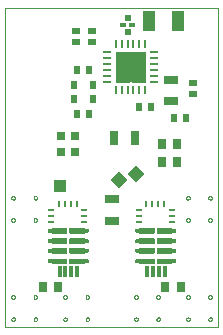
<source format=gtp>
G75*
%MOIN*%
%OFA0B0*%
%FSLAX25Y25*%
%IPPOS*%
%LPD*%
%AMOC8*
5,1,8,0,0,1.08239X$1,22.5*
%
%ADD10C,0.00000*%
%ADD11R,0.03000X0.01000*%
%ADD12R,0.01000X0.03000*%
%ADD13R,0.10400X0.10400*%
%ADD14C,0.00100*%
%ADD15R,0.02362X0.02953*%
%ADD16R,0.01969X0.01181*%
%ADD17R,0.02165X0.02165*%
%ADD18R,0.03937X0.06693*%
%ADD19R,0.02362X0.02756*%
%ADD20R,0.04724X0.03150*%
%ADD21R,0.02756X0.02362*%
%ADD22R,0.02756X0.03150*%
%ADD23R,0.03150X0.04724*%
%ADD24R,0.02756X0.03543*%
%ADD25R,0.02362X0.00984*%
%ADD26R,0.00984X0.02362*%
%ADD27R,0.03937X0.03937*%
%ADD28R,0.03937X0.03937*%
D10*
X0029368Y0021236D02*
X0029368Y0127535D01*
X0100234Y0127535D01*
X0100234Y0021236D01*
X0029368Y0021236D01*
X0031375Y0023835D02*
X0031377Y0023883D01*
X0031383Y0023931D01*
X0031393Y0023978D01*
X0031406Y0024024D01*
X0031424Y0024069D01*
X0031444Y0024113D01*
X0031469Y0024155D01*
X0031497Y0024194D01*
X0031527Y0024231D01*
X0031561Y0024265D01*
X0031598Y0024297D01*
X0031636Y0024326D01*
X0031677Y0024351D01*
X0031720Y0024373D01*
X0031765Y0024391D01*
X0031811Y0024405D01*
X0031858Y0024416D01*
X0031906Y0024423D01*
X0031954Y0024426D01*
X0032002Y0024425D01*
X0032050Y0024420D01*
X0032098Y0024411D01*
X0032144Y0024399D01*
X0032189Y0024382D01*
X0032233Y0024362D01*
X0032275Y0024339D01*
X0032315Y0024312D01*
X0032353Y0024282D01*
X0032388Y0024249D01*
X0032420Y0024213D01*
X0032450Y0024175D01*
X0032476Y0024134D01*
X0032498Y0024091D01*
X0032518Y0024047D01*
X0032533Y0024002D01*
X0032545Y0023955D01*
X0032553Y0023907D01*
X0032557Y0023859D01*
X0032557Y0023811D01*
X0032553Y0023763D01*
X0032545Y0023715D01*
X0032533Y0023668D01*
X0032518Y0023623D01*
X0032498Y0023579D01*
X0032476Y0023536D01*
X0032450Y0023495D01*
X0032420Y0023457D01*
X0032388Y0023421D01*
X0032353Y0023388D01*
X0032315Y0023358D01*
X0032275Y0023331D01*
X0032233Y0023308D01*
X0032189Y0023288D01*
X0032144Y0023271D01*
X0032098Y0023259D01*
X0032050Y0023250D01*
X0032002Y0023245D01*
X0031954Y0023244D01*
X0031906Y0023247D01*
X0031858Y0023254D01*
X0031811Y0023265D01*
X0031765Y0023279D01*
X0031720Y0023297D01*
X0031677Y0023319D01*
X0031636Y0023344D01*
X0031598Y0023373D01*
X0031561Y0023405D01*
X0031527Y0023439D01*
X0031497Y0023476D01*
X0031469Y0023515D01*
X0031444Y0023557D01*
X0031424Y0023601D01*
X0031406Y0023646D01*
X0031393Y0023692D01*
X0031383Y0023739D01*
X0031377Y0023787D01*
X0031375Y0023835D01*
X0031375Y0031236D02*
X0031377Y0031284D01*
X0031383Y0031332D01*
X0031393Y0031379D01*
X0031406Y0031425D01*
X0031424Y0031470D01*
X0031444Y0031514D01*
X0031469Y0031556D01*
X0031497Y0031595D01*
X0031527Y0031632D01*
X0031561Y0031666D01*
X0031598Y0031698D01*
X0031636Y0031727D01*
X0031677Y0031752D01*
X0031720Y0031774D01*
X0031765Y0031792D01*
X0031811Y0031806D01*
X0031858Y0031817D01*
X0031906Y0031824D01*
X0031954Y0031827D01*
X0032002Y0031826D01*
X0032050Y0031821D01*
X0032098Y0031812D01*
X0032144Y0031800D01*
X0032189Y0031783D01*
X0032233Y0031763D01*
X0032275Y0031740D01*
X0032315Y0031713D01*
X0032353Y0031683D01*
X0032388Y0031650D01*
X0032420Y0031614D01*
X0032450Y0031576D01*
X0032476Y0031535D01*
X0032498Y0031492D01*
X0032518Y0031448D01*
X0032533Y0031403D01*
X0032545Y0031356D01*
X0032553Y0031308D01*
X0032557Y0031260D01*
X0032557Y0031212D01*
X0032553Y0031164D01*
X0032545Y0031116D01*
X0032533Y0031069D01*
X0032518Y0031024D01*
X0032498Y0030980D01*
X0032476Y0030937D01*
X0032450Y0030896D01*
X0032420Y0030858D01*
X0032388Y0030822D01*
X0032353Y0030789D01*
X0032315Y0030759D01*
X0032275Y0030732D01*
X0032233Y0030709D01*
X0032189Y0030689D01*
X0032144Y0030672D01*
X0032098Y0030660D01*
X0032050Y0030651D01*
X0032002Y0030646D01*
X0031954Y0030645D01*
X0031906Y0030648D01*
X0031858Y0030655D01*
X0031811Y0030666D01*
X0031765Y0030680D01*
X0031720Y0030698D01*
X0031677Y0030720D01*
X0031636Y0030745D01*
X0031598Y0030774D01*
X0031561Y0030806D01*
X0031527Y0030840D01*
X0031497Y0030877D01*
X0031469Y0030916D01*
X0031444Y0030958D01*
X0031424Y0031002D01*
X0031406Y0031047D01*
X0031393Y0031093D01*
X0031383Y0031140D01*
X0031377Y0031188D01*
X0031375Y0031236D01*
X0038777Y0031236D02*
X0038779Y0031284D01*
X0038785Y0031332D01*
X0038795Y0031379D01*
X0038808Y0031425D01*
X0038826Y0031470D01*
X0038846Y0031514D01*
X0038871Y0031556D01*
X0038899Y0031595D01*
X0038929Y0031632D01*
X0038963Y0031666D01*
X0039000Y0031698D01*
X0039038Y0031727D01*
X0039079Y0031752D01*
X0039122Y0031774D01*
X0039167Y0031792D01*
X0039213Y0031806D01*
X0039260Y0031817D01*
X0039308Y0031824D01*
X0039356Y0031827D01*
X0039404Y0031826D01*
X0039452Y0031821D01*
X0039500Y0031812D01*
X0039546Y0031800D01*
X0039591Y0031783D01*
X0039635Y0031763D01*
X0039677Y0031740D01*
X0039717Y0031713D01*
X0039755Y0031683D01*
X0039790Y0031650D01*
X0039822Y0031614D01*
X0039852Y0031576D01*
X0039878Y0031535D01*
X0039900Y0031492D01*
X0039920Y0031448D01*
X0039935Y0031403D01*
X0039947Y0031356D01*
X0039955Y0031308D01*
X0039959Y0031260D01*
X0039959Y0031212D01*
X0039955Y0031164D01*
X0039947Y0031116D01*
X0039935Y0031069D01*
X0039920Y0031024D01*
X0039900Y0030980D01*
X0039878Y0030937D01*
X0039852Y0030896D01*
X0039822Y0030858D01*
X0039790Y0030822D01*
X0039755Y0030789D01*
X0039717Y0030759D01*
X0039677Y0030732D01*
X0039635Y0030709D01*
X0039591Y0030689D01*
X0039546Y0030672D01*
X0039500Y0030660D01*
X0039452Y0030651D01*
X0039404Y0030646D01*
X0039356Y0030645D01*
X0039308Y0030648D01*
X0039260Y0030655D01*
X0039213Y0030666D01*
X0039167Y0030680D01*
X0039122Y0030698D01*
X0039079Y0030720D01*
X0039038Y0030745D01*
X0039000Y0030774D01*
X0038963Y0030806D01*
X0038929Y0030840D01*
X0038899Y0030877D01*
X0038871Y0030916D01*
X0038846Y0030958D01*
X0038826Y0031002D01*
X0038808Y0031047D01*
X0038795Y0031093D01*
X0038785Y0031140D01*
X0038779Y0031188D01*
X0038777Y0031236D01*
X0038777Y0023835D02*
X0038779Y0023883D01*
X0038785Y0023931D01*
X0038795Y0023978D01*
X0038808Y0024024D01*
X0038826Y0024069D01*
X0038846Y0024113D01*
X0038871Y0024155D01*
X0038899Y0024194D01*
X0038929Y0024231D01*
X0038963Y0024265D01*
X0039000Y0024297D01*
X0039038Y0024326D01*
X0039079Y0024351D01*
X0039122Y0024373D01*
X0039167Y0024391D01*
X0039213Y0024405D01*
X0039260Y0024416D01*
X0039308Y0024423D01*
X0039356Y0024426D01*
X0039404Y0024425D01*
X0039452Y0024420D01*
X0039500Y0024411D01*
X0039546Y0024399D01*
X0039591Y0024382D01*
X0039635Y0024362D01*
X0039677Y0024339D01*
X0039717Y0024312D01*
X0039755Y0024282D01*
X0039790Y0024249D01*
X0039822Y0024213D01*
X0039852Y0024175D01*
X0039878Y0024134D01*
X0039900Y0024091D01*
X0039920Y0024047D01*
X0039935Y0024002D01*
X0039947Y0023955D01*
X0039955Y0023907D01*
X0039959Y0023859D01*
X0039959Y0023811D01*
X0039955Y0023763D01*
X0039947Y0023715D01*
X0039935Y0023668D01*
X0039920Y0023623D01*
X0039900Y0023579D01*
X0039878Y0023536D01*
X0039852Y0023495D01*
X0039822Y0023457D01*
X0039790Y0023421D01*
X0039755Y0023388D01*
X0039717Y0023358D01*
X0039677Y0023331D01*
X0039635Y0023308D01*
X0039591Y0023288D01*
X0039546Y0023271D01*
X0039500Y0023259D01*
X0039452Y0023250D01*
X0039404Y0023245D01*
X0039356Y0023244D01*
X0039308Y0023247D01*
X0039260Y0023254D01*
X0039213Y0023265D01*
X0039167Y0023279D01*
X0039122Y0023297D01*
X0039079Y0023319D01*
X0039038Y0023344D01*
X0039000Y0023373D01*
X0038963Y0023405D01*
X0038929Y0023439D01*
X0038899Y0023476D01*
X0038871Y0023515D01*
X0038846Y0023557D01*
X0038826Y0023601D01*
X0038808Y0023646D01*
X0038795Y0023692D01*
X0038785Y0023739D01*
X0038779Y0023787D01*
X0038777Y0023835D01*
X0048698Y0023835D02*
X0048700Y0023883D01*
X0048706Y0023931D01*
X0048716Y0023978D01*
X0048729Y0024024D01*
X0048747Y0024069D01*
X0048767Y0024113D01*
X0048792Y0024155D01*
X0048820Y0024194D01*
X0048850Y0024231D01*
X0048884Y0024265D01*
X0048921Y0024297D01*
X0048959Y0024326D01*
X0049000Y0024351D01*
X0049043Y0024373D01*
X0049088Y0024391D01*
X0049134Y0024405D01*
X0049181Y0024416D01*
X0049229Y0024423D01*
X0049277Y0024426D01*
X0049325Y0024425D01*
X0049373Y0024420D01*
X0049421Y0024411D01*
X0049467Y0024399D01*
X0049512Y0024382D01*
X0049556Y0024362D01*
X0049598Y0024339D01*
X0049638Y0024312D01*
X0049676Y0024282D01*
X0049711Y0024249D01*
X0049743Y0024213D01*
X0049773Y0024175D01*
X0049799Y0024134D01*
X0049821Y0024091D01*
X0049841Y0024047D01*
X0049856Y0024002D01*
X0049868Y0023955D01*
X0049876Y0023907D01*
X0049880Y0023859D01*
X0049880Y0023811D01*
X0049876Y0023763D01*
X0049868Y0023715D01*
X0049856Y0023668D01*
X0049841Y0023623D01*
X0049821Y0023579D01*
X0049799Y0023536D01*
X0049773Y0023495D01*
X0049743Y0023457D01*
X0049711Y0023421D01*
X0049676Y0023388D01*
X0049638Y0023358D01*
X0049598Y0023331D01*
X0049556Y0023308D01*
X0049512Y0023288D01*
X0049467Y0023271D01*
X0049421Y0023259D01*
X0049373Y0023250D01*
X0049325Y0023245D01*
X0049277Y0023244D01*
X0049229Y0023247D01*
X0049181Y0023254D01*
X0049134Y0023265D01*
X0049088Y0023279D01*
X0049043Y0023297D01*
X0049000Y0023319D01*
X0048959Y0023344D01*
X0048921Y0023373D01*
X0048884Y0023405D01*
X0048850Y0023439D01*
X0048820Y0023476D01*
X0048792Y0023515D01*
X0048767Y0023557D01*
X0048747Y0023601D01*
X0048729Y0023646D01*
X0048716Y0023692D01*
X0048706Y0023739D01*
X0048700Y0023787D01*
X0048698Y0023835D01*
X0048698Y0031236D02*
X0048700Y0031284D01*
X0048706Y0031332D01*
X0048716Y0031379D01*
X0048729Y0031425D01*
X0048747Y0031470D01*
X0048767Y0031514D01*
X0048792Y0031556D01*
X0048820Y0031595D01*
X0048850Y0031632D01*
X0048884Y0031666D01*
X0048921Y0031698D01*
X0048959Y0031727D01*
X0049000Y0031752D01*
X0049043Y0031774D01*
X0049088Y0031792D01*
X0049134Y0031806D01*
X0049181Y0031817D01*
X0049229Y0031824D01*
X0049277Y0031827D01*
X0049325Y0031826D01*
X0049373Y0031821D01*
X0049421Y0031812D01*
X0049467Y0031800D01*
X0049512Y0031783D01*
X0049556Y0031763D01*
X0049598Y0031740D01*
X0049638Y0031713D01*
X0049676Y0031683D01*
X0049711Y0031650D01*
X0049743Y0031614D01*
X0049773Y0031576D01*
X0049799Y0031535D01*
X0049821Y0031492D01*
X0049841Y0031448D01*
X0049856Y0031403D01*
X0049868Y0031356D01*
X0049876Y0031308D01*
X0049880Y0031260D01*
X0049880Y0031212D01*
X0049876Y0031164D01*
X0049868Y0031116D01*
X0049856Y0031069D01*
X0049841Y0031024D01*
X0049821Y0030980D01*
X0049799Y0030937D01*
X0049773Y0030896D01*
X0049743Y0030858D01*
X0049711Y0030822D01*
X0049676Y0030789D01*
X0049638Y0030759D01*
X0049598Y0030732D01*
X0049556Y0030709D01*
X0049512Y0030689D01*
X0049467Y0030672D01*
X0049421Y0030660D01*
X0049373Y0030651D01*
X0049325Y0030646D01*
X0049277Y0030645D01*
X0049229Y0030648D01*
X0049181Y0030655D01*
X0049134Y0030666D01*
X0049088Y0030680D01*
X0049043Y0030698D01*
X0049000Y0030720D01*
X0048959Y0030745D01*
X0048921Y0030774D01*
X0048884Y0030806D01*
X0048850Y0030840D01*
X0048820Y0030877D01*
X0048792Y0030916D01*
X0048767Y0030958D01*
X0048747Y0031002D01*
X0048729Y0031047D01*
X0048716Y0031093D01*
X0048706Y0031140D01*
X0048700Y0031188D01*
X0048698Y0031236D01*
X0056100Y0031236D02*
X0056102Y0031284D01*
X0056108Y0031332D01*
X0056118Y0031379D01*
X0056131Y0031425D01*
X0056149Y0031470D01*
X0056169Y0031514D01*
X0056194Y0031556D01*
X0056222Y0031595D01*
X0056252Y0031632D01*
X0056286Y0031666D01*
X0056323Y0031698D01*
X0056361Y0031727D01*
X0056402Y0031752D01*
X0056445Y0031774D01*
X0056490Y0031792D01*
X0056536Y0031806D01*
X0056583Y0031817D01*
X0056631Y0031824D01*
X0056679Y0031827D01*
X0056727Y0031826D01*
X0056775Y0031821D01*
X0056823Y0031812D01*
X0056869Y0031800D01*
X0056914Y0031783D01*
X0056958Y0031763D01*
X0057000Y0031740D01*
X0057040Y0031713D01*
X0057078Y0031683D01*
X0057113Y0031650D01*
X0057145Y0031614D01*
X0057175Y0031576D01*
X0057201Y0031535D01*
X0057223Y0031492D01*
X0057243Y0031448D01*
X0057258Y0031403D01*
X0057270Y0031356D01*
X0057278Y0031308D01*
X0057282Y0031260D01*
X0057282Y0031212D01*
X0057278Y0031164D01*
X0057270Y0031116D01*
X0057258Y0031069D01*
X0057243Y0031024D01*
X0057223Y0030980D01*
X0057201Y0030937D01*
X0057175Y0030896D01*
X0057145Y0030858D01*
X0057113Y0030822D01*
X0057078Y0030789D01*
X0057040Y0030759D01*
X0057000Y0030732D01*
X0056958Y0030709D01*
X0056914Y0030689D01*
X0056869Y0030672D01*
X0056823Y0030660D01*
X0056775Y0030651D01*
X0056727Y0030646D01*
X0056679Y0030645D01*
X0056631Y0030648D01*
X0056583Y0030655D01*
X0056536Y0030666D01*
X0056490Y0030680D01*
X0056445Y0030698D01*
X0056402Y0030720D01*
X0056361Y0030745D01*
X0056323Y0030774D01*
X0056286Y0030806D01*
X0056252Y0030840D01*
X0056222Y0030877D01*
X0056194Y0030916D01*
X0056169Y0030958D01*
X0056149Y0031002D01*
X0056131Y0031047D01*
X0056118Y0031093D01*
X0056108Y0031140D01*
X0056102Y0031188D01*
X0056100Y0031236D01*
X0056100Y0023835D02*
X0056102Y0023883D01*
X0056108Y0023931D01*
X0056118Y0023978D01*
X0056131Y0024024D01*
X0056149Y0024069D01*
X0056169Y0024113D01*
X0056194Y0024155D01*
X0056222Y0024194D01*
X0056252Y0024231D01*
X0056286Y0024265D01*
X0056323Y0024297D01*
X0056361Y0024326D01*
X0056402Y0024351D01*
X0056445Y0024373D01*
X0056490Y0024391D01*
X0056536Y0024405D01*
X0056583Y0024416D01*
X0056631Y0024423D01*
X0056679Y0024426D01*
X0056727Y0024425D01*
X0056775Y0024420D01*
X0056823Y0024411D01*
X0056869Y0024399D01*
X0056914Y0024382D01*
X0056958Y0024362D01*
X0057000Y0024339D01*
X0057040Y0024312D01*
X0057078Y0024282D01*
X0057113Y0024249D01*
X0057145Y0024213D01*
X0057175Y0024175D01*
X0057201Y0024134D01*
X0057223Y0024091D01*
X0057243Y0024047D01*
X0057258Y0024002D01*
X0057270Y0023955D01*
X0057278Y0023907D01*
X0057282Y0023859D01*
X0057282Y0023811D01*
X0057278Y0023763D01*
X0057270Y0023715D01*
X0057258Y0023668D01*
X0057243Y0023623D01*
X0057223Y0023579D01*
X0057201Y0023536D01*
X0057175Y0023495D01*
X0057145Y0023457D01*
X0057113Y0023421D01*
X0057078Y0023388D01*
X0057040Y0023358D01*
X0057000Y0023331D01*
X0056958Y0023308D01*
X0056914Y0023288D01*
X0056869Y0023271D01*
X0056823Y0023259D01*
X0056775Y0023250D01*
X0056727Y0023245D01*
X0056679Y0023244D01*
X0056631Y0023247D01*
X0056583Y0023254D01*
X0056536Y0023265D01*
X0056490Y0023279D01*
X0056445Y0023297D01*
X0056402Y0023319D01*
X0056361Y0023344D01*
X0056323Y0023373D01*
X0056286Y0023405D01*
X0056252Y0023439D01*
X0056222Y0023476D01*
X0056194Y0023515D01*
X0056169Y0023557D01*
X0056149Y0023601D01*
X0056131Y0023646D01*
X0056118Y0023692D01*
X0056108Y0023739D01*
X0056102Y0023787D01*
X0056100Y0023835D01*
X0072320Y0023835D02*
X0072322Y0023883D01*
X0072328Y0023931D01*
X0072338Y0023978D01*
X0072351Y0024024D01*
X0072369Y0024069D01*
X0072389Y0024113D01*
X0072414Y0024155D01*
X0072442Y0024194D01*
X0072472Y0024231D01*
X0072506Y0024265D01*
X0072543Y0024297D01*
X0072581Y0024326D01*
X0072622Y0024351D01*
X0072665Y0024373D01*
X0072710Y0024391D01*
X0072756Y0024405D01*
X0072803Y0024416D01*
X0072851Y0024423D01*
X0072899Y0024426D01*
X0072947Y0024425D01*
X0072995Y0024420D01*
X0073043Y0024411D01*
X0073089Y0024399D01*
X0073134Y0024382D01*
X0073178Y0024362D01*
X0073220Y0024339D01*
X0073260Y0024312D01*
X0073298Y0024282D01*
X0073333Y0024249D01*
X0073365Y0024213D01*
X0073395Y0024175D01*
X0073421Y0024134D01*
X0073443Y0024091D01*
X0073463Y0024047D01*
X0073478Y0024002D01*
X0073490Y0023955D01*
X0073498Y0023907D01*
X0073502Y0023859D01*
X0073502Y0023811D01*
X0073498Y0023763D01*
X0073490Y0023715D01*
X0073478Y0023668D01*
X0073463Y0023623D01*
X0073443Y0023579D01*
X0073421Y0023536D01*
X0073395Y0023495D01*
X0073365Y0023457D01*
X0073333Y0023421D01*
X0073298Y0023388D01*
X0073260Y0023358D01*
X0073220Y0023331D01*
X0073178Y0023308D01*
X0073134Y0023288D01*
X0073089Y0023271D01*
X0073043Y0023259D01*
X0072995Y0023250D01*
X0072947Y0023245D01*
X0072899Y0023244D01*
X0072851Y0023247D01*
X0072803Y0023254D01*
X0072756Y0023265D01*
X0072710Y0023279D01*
X0072665Y0023297D01*
X0072622Y0023319D01*
X0072581Y0023344D01*
X0072543Y0023373D01*
X0072506Y0023405D01*
X0072472Y0023439D01*
X0072442Y0023476D01*
X0072414Y0023515D01*
X0072389Y0023557D01*
X0072369Y0023601D01*
X0072351Y0023646D01*
X0072338Y0023692D01*
X0072328Y0023739D01*
X0072322Y0023787D01*
X0072320Y0023835D01*
X0072320Y0031236D02*
X0072322Y0031284D01*
X0072328Y0031332D01*
X0072338Y0031379D01*
X0072351Y0031425D01*
X0072369Y0031470D01*
X0072389Y0031514D01*
X0072414Y0031556D01*
X0072442Y0031595D01*
X0072472Y0031632D01*
X0072506Y0031666D01*
X0072543Y0031698D01*
X0072581Y0031727D01*
X0072622Y0031752D01*
X0072665Y0031774D01*
X0072710Y0031792D01*
X0072756Y0031806D01*
X0072803Y0031817D01*
X0072851Y0031824D01*
X0072899Y0031827D01*
X0072947Y0031826D01*
X0072995Y0031821D01*
X0073043Y0031812D01*
X0073089Y0031800D01*
X0073134Y0031783D01*
X0073178Y0031763D01*
X0073220Y0031740D01*
X0073260Y0031713D01*
X0073298Y0031683D01*
X0073333Y0031650D01*
X0073365Y0031614D01*
X0073395Y0031576D01*
X0073421Y0031535D01*
X0073443Y0031492D01*
X0073463Y0031448D01*
X0073478Y0031403D01*
X0073490Y0031356D01*
X0073498Y0031308D01*
X0073502Y0031260D01*
X0073502Y0031212D01*
X0073498Y0031164D01*
X0073490Y0031116D01*
X0073478Y0031069D01*
X0073463Y0031024D01*
X0073443Y0030980D01*
X0073421Y0030937D01*
X0073395Y0030896D01*
X0073365Y0030858D01*
X0073333Y0030822D01*
X0073298Y0030789D01*
X0073260Y0030759D01*
X0073220Y0030732D01*
X0073178Y0030709D01*
X0073134Y0030689D01*
X0073089Y0030672D01*
X0073043Y0030660D01*
X0072995Y0030651D01*
X0072947Y0030646D01*
X0072899Y0030645D01*
X0072851Y0030648D01*
X0072803Y0030655D01*
X0072756Y0030666D01*
X0072710Y0030680D01*
X0072665Y0030698D01*
X0072622Y0030720D01*
X0072581Y0030745D01*
X0072543Y0030774D01*
X0072506Y0030806D01*
X0072472Y0030840D01*
X0072442Y0030877D01*
X0072414Y0030916D01*
X0072389Y0030958D01*
X0072369Y0031002D01*
X0072351Y0031047D01*
X0072338Y0031093D01*
X0072328Y0031140D01*
X0072322Y0031188D01*
X0072320Y0031236D01*
X0079722Y0031236D02*
X0079724Y0031284D01*
X0079730Y0031332D01*
X0079740Y0031379D01*
X0079753Y0031425D01*
X0079771Y0031470D01*
X0079791Y0031514D01*
X0079816Y0031556D01*
X0079844Y0031595D01*
X0079874Y0031632D01*
X0079908Y0031666D01*
X0079945Y0031698D01*
X0079983Y0031727D01*
X0080024Y0031752D01*
X0080067Y0031774D01*
X0080112Y0031792D01*
X0080158Y0031806D01*
X0080205Y0031817D01*
X0080253Y0031824D01*
X0080301Y0031827D01*
X0080349Y0031826D01*
X0080397Y0031821D01*
X0080445Y0031812D01*
X0080491Y0031800D01*
X0080536Y0031783D01*
X0080580Y0031763D01*
X0080622Y0031740D01*
X0080662Y0031713D01*
X0080700Y0031683D01*
X0080735Y0031650D01*
X0080767Y0031614D01*
X0080797Y0031576D01*
X0080823Y0031535D01*
X0080845Y0031492D01*
X0080865Y0031448D01*
X0080880Y0031403D01*
X0080892Y0031356D01*
X0080900Y0031308D01*
X0080904Y0031260D01*
X0080904Y0031212D01*
X0080900Y0031164D01*
X0080892Y0031116D01*
X0080880Y0031069D01*
X0080865Y0031024D01*
X0080845Y0030980D01*
X0080823Y0030937D01*
X0080797Y0030896D01*
X0080767Y0030858D01*
X0080735Y0030822D01*
X0080700Y0030789D01*
X0080662Y0030759D01*
X0080622Y0030732D01*
X0080580Y0030709D01*
X0080536Y0030689D01*
X0080491Y0030672D01*
X0080445Y0030660D01*
X0080397Y0030651D01*
X0080349Y0030646D01*
X0080301Y0030645D01*
X0080253Y0030648D01*
X0080205Y0030655D01*
X0080158Y0030666D01*
X0080112Y0030680D01*
X0080067Y0030698D01*
X0080024Y0030720D01*
X0079983Y0030745D01*
X0079945Y0030774D01*
X0079908Y0030806D01*
X0079874Y0030840D01*
X0079844Y0030877D01*
X0079816Y0030916D01*
X0079791Y0030958D01*
X0079771Y0031002D01*
X0079753Y0031047D01*
X0079740Y0031093D01*
X0079730Y0031140D01*
X0079724Y0031188D01*
X0079722Y0031236D01*
X0079722Y0023835D02*
X0079724Y0023883D01*
X0079730Y0023931D01*
X0079740Y0023978D01*
X0079753Y0024024D01*
X0079771Y0024069D01*
X0079791Y0024113D01*
X0079816Y0024155D01*
X0079844Y0024194D01*
X0079874Y0024231D01*
X0079908Y0024265D01*
X0079945Y0024297D01*
X0079983Y0024326D01*
X0080024Y0024351D01*
X0080067Y0024373D01*
X0080112Y0024391D01*
X0080158Y0024405D01*
X0080205Y0024416D01*
X0080253Y0024423D01*
X0080301Y0024426D01*
X0080349Y0024425D01*
X0080397Y0024420D01*
X0080445Y0024411D01*
X0080491Y0024399D01*
X0080536Y0024382D01*
X0080580Y0024362D01*
X0080622Y0024339D01*
X0080662Y0024312D01*
X0080700Y0024282D01*
X0080735Y0024249D01*
X0080767Y0024213D01*
X0080797Y0024175D01*
X0080823Y0024134D01*
X0080845Y0024091D01*
X0080865Y0024047D01*
X0080880Y0024002D01*
X0080892Y0023955D01*
X0080900Y0023907D01*
X0080904Y0023859D01*
X0080904Y0023811D01*
X0080900Y0023763D01*
X0080892Y0023715D01*
X0080880Y0023668D01*
X0080865Y0023623D01*
X0080845Y0023579D01*
X0080823Y0023536D01*
X0080797Y0023495D01*
X0080767Y0023457D01*
X0080735Y0023421D01*
X0080700Y0023388D01*
X0080662Y0023358D01*
X0080622Y0023331D01*
X0080580Y0023308D01*
X0080536Y0023288D01*
X0080491Y0023271D01*
X0080445Y0023259D01*
X0080397Y0023250D01*
X0080349Y0023245D01*
X0080301Y0023244D01*
X0080253Y0023247D01*
X0080205Y0023254D01*
X0080158Y0023265D01*
X0080112Y0023279D01*
X0080067Y0023297D01*
X0080024Y0023319D01*
X0079983Y0023344D01*
X0079945Y0023373D01*
X0079908Y0023405D01*
X0079874Y0023439D01*
X0079844Y0023476D01*
X0079816Y0023515D01*
X0079791Y0023557D01*
X0079771Y0023601D01*
X0079753Y0023646D01*
X0079740Y0023692D01*
X0079730Y0023739D01*
X0079724Y0023787D01*
X0079722Y0023835D01*
X0089643Y0023835D02*
X0089645Y0023883D01*
X0089651Y0023931D01*
X0089661Y0023978D01*
X0089674Y0024024D01*
X0089692Y0024069D01*
X0089712Y0024113D01*
X0089737Y0024155D01*
X0089765Y0024194D01*
X0089795Y0024231D01*
X0089829Y0024265D01*
X0089866Y0024297D01*
X0089904Y0024326D01*
X0089945Y0024351D01*
X0089988Y0024373D01*
X0090033Y0024391D01*
X0090079Y0024405D01*
X0090126Y0024416D01*
X0090174Y0024423D01*
X0090222Y0024426D01*
X0090270Y0024425D01*
X0090318Y0024420D01*
X0090366Y0024411D01*
X0090412Y0024399D01*
X0090457Y0024382D01*
X0090501Y0024362D01*
X0090543Y0024339D01*
X0090583Y0024312D01*
X0090621Y0024282D01*
X0090656Y0024249D01*
X0090688Y0024213D01*
X0090718Y0024175D01*
X0090744Y0024134D01*
X0090766Y0024091D01*
X0090786Y0024047D01*
X0090801Y0024002D01*
X0090813Y0023955D01*
X0090821Y0023907D01*
X0090825Y0023859D01*
X0090825Y0023811D01*
X0090821Y0023763D01*
X0090813Y0023715D01*
X0090801Y0023668D01*
X0090786Y0023623D01*
X0090766Y0023579D01*
X0090744Y0023536D01*
X0090718Y0023495D01*
X0090688Y0023457D01*
X0090656Y0023421D01*
X0090621Y0023388D01*
X0090583Y0023358D01*
X0090543Y0023331D01*
X0090501Y0023308D01*
X0090457Y0023288D01*
X0090412Y0023271D01*
X0090366Y0023259D01*
X0090318Y0023250D01*
X0090270Y0023245D01*
X0090222Y0023244D01*
X0090174Y0023247D01*
X0090126Y0023254D01*
X0090079Y0023265D01*
X0090033Y0023279D01*
X0089988Y0023297D01*
X0089945Y0023319D01*
X0089904Y0023344D01*
X0089866Y0023373D01*
X0089829Y0023405D01*
X0089795Y0023439D01*
X0089765Y0023476D01*
X0089737Y0023515D01*
X0089712Y0023557D01*
X0089692Y0023601D01*
X0089674Y0023646D01*
X0089661Y0023692D01*
X0089651Y0023739D01*
X0089645Y0023787D01*
X0089643Y0023835D01*
X0089643Y0031236D02*
X0089645Y0031284D01*
X0089651Y0031332D01*
X0089661Y0031379D01*
X0089674Y0031425D01*
X0089692Y0031470D01*
X0089712Y0031514D01*
X0089737Y0031556D01*
X0089765Y0031595D01*
X0089795Y0031632D01*
X0089829Y0031666D01*
X0089866Y0031698D01*
X0089904Y0031727D01*
X0089945Y0031752D01*
X0089988Y0031774D01*
X0090033Y0031792D01*
X0090079Y0031806D01*
X0090126Y0031817D01*
X0090174Y0031824D01*
X0090222Y0031827D01*
X0090270Y0031826D01*
X0090318Y0031821D01*
X0090366Y0031812D01*
X0090412Y0031800D01*
X0090457Y0031783D01*
X0090501Y0031763D01*
X0090543Y0031740D01*
X0090583Y0031713D01*
X0090621Y0031683D01*
X0090656Y0031650D01*
X0090688Y0031614D01*
X0090718Y0031576D01*
X0090744Y0031535D01*
X0090766Y0031492D01*
X0090786Y0031448D01*
X0090801Y0031403D01*
X0090813Y0031356D01*
X0090821Y0031308D01*
X0090825Y0031260D01*
X0090825Y0031212D01*
X0090821Y0031164D01*
X0090813Y0031116D01*
X0090801Y0031069D01*
X0090786Y0031024D01*
X0090766Y0030980D01*
X0090744Y0030937D01*
X0090718Y0030896D01*
X0090688Y0030858D01*
X0090656Y0030822D01*
X0090621Y0030789D01*
X0090583Y0030759D01*
X0090543Y0030732D01*
X0090501Y0030709D01*
X0090457Y0030689D01*
X0090412Y0030672D01*
X0090366Y0030660D01*
X0090318Y0030651D01*
X0090270Y0030646D01*
X0090222Y0030645D01*
X0090174Y0030648D01*
X0090126Y0030655D01*
X0090079Y0030666D01*
X0090033Y0030680D01*
X0089988Y0030698D01*
X0089945Y0030720D01*
X0089904Y0030745D01*
X0089866Y0030774D01*
X0089829Y0030806D01*
X0089795Y0030840D01*
X0089765Y0030877D01*
X0089737Y0030916D01*
X0089712Y0030958D01*
X0089692Y0031002D01*
X0089674Y0031047D01*
X0089661Y0031093D01*
X0089651Y0031140D01*
X0089645Y0031188D01*
X0089643Y0031236D01*
X0097044Y0031236D02*
X0097046Y0031284D01*
X0097052Y0031332D01*
X0097062Y0031379D01*
X0097075Y0031425D01*
X0097093Y0031470D01*
X0097113Y0031514D01*
X0097138Y0031556D01*
X0097166Y0031595D01*
X0097196Y0031632D01*
X0097230Y0031666D01*
X0097267Y0031698D01*
X0097305Y0031727D01*
X0097346Y0031752D01*
X0097389Y0031774D01*
X0097434Y0031792D01*
X0097480Y0031806D01*
X0097527Y0031817D01*
X0097575Y0031824D01*
X0097623Y0031827D01*
X0097671Y0031826D01*
X0097719Y0031821D01*
X0097767Y0031812D01*
X0097813Y0031800D01*
X0097858Y0031783D01*
X0097902Y0031763D01*
X0097944Y0031740D01*
X0097984Y0031713D01*
X0098022Y0031683D01*
X0098057Y0031650D01*
X0098089Y0031614D01*
X0098119Y0031576D01*
X0098145Y0031535D01*
X0098167Y0031492D01*
X0098187Y0031448D01*
X0098202Y0031403D01*
X0098214Y0031356D01*
X0098222Y0031308D01*
X0098226Y0031260D01*
X0098226Y0031212D01*
X0098222Y0031164D01*
X0098214Y0031116D01*
X0098202Y0031069D01*
X0098187Y0031024D01*
X0098167Y0030980D01*
X0098145Y0030937D01*
X0098119Y0030896D01*
X0098089Y0030858D01*
X0098057Y0030822D01*
X0098022Y0030789D01*
X0097984Y0030759D01*
X0097944Y0030732D01*
X0097902Y0030709D01*
X0097858Y0030689D01*
X0097813Y0030672D01*
X0097767Y0030660D01*
X0097719Y0030651D01*
X0097671Y0030646D01*
X0097623Y0030645D01*
X0097575Y0030648D01*
X0097527Y0030655D01*
X0097480Y0030666D01*
X0097434Y0030680D01*
X0097389Y0030698D01*
X0097346Y0030720D01*
X0097305Y0030745D01*
X0097267Y0030774D01*
X0097230Y0030806D01*
X0097196Y0030840D01*
X0097166Y0030877D01*
X0097138Y0030916D01*
X0097113Y0030958D01*
X0097093Y0031002D01*
X0097075Y0031047D01*
X0097062Y0031093D01*
X0097052Y0031140D01*
X0097046Y0031188D01*
X0097044Y0031236D01*
X0097044Y0023835D02*
X0097046Y0023883D01*
X0097052Y0023931D01*
X0097062Y0023978D01*
X0097075Y0024024D01*
X0097093Y0024069D01*
X0097113Y0024113D01*
X0097138Y0024155D01*
X0097166Y0024194D01*
X0097196Y0024231D01*
X0097230Y0024265D01*
X0097267Y0024297D01*
X0097305Y0024326D01*
X0097346Y0024351D01*
X0097389Y0024373D01*
X0097434Y0024391D01*
X0097480Y0024405D01*
X0097527Y0024416D01*
X0097575Y0024423D01*
X0097623Y0024426D01*
X0097671Y0024425D01*
X0097719Y0024420D01*
X0097767Y0024411D01*
X0097813Y0024399D01*
X0097858Y0024382D01*
X0097902Y0024362D01*
X0097944Y0024339D01*
X0097984Y0024312D01*
X0098022Y0024282D01*
X0098057Y0024249D01*
X0098089Y0024213D01*
X0098119Y0024175D01*
X0098145Y0024134D01*
X0098167Y0024091D01*
X0098187Y0024047D01*
X0098202Y0024002D01*
X0098214Y0023955D01*
X0098222Y0023907D01*
X0098226Y0023859D01*
X0098226Y0023811D01*
X0098222Y0023763D01*
X0098214Y0023715D01*
X0098202Y0023668D01*
X0098187Y0023623D01*
X0098167Y0023579D01*
X0098145Y0023536D01*
X0098119Y0023495D01*
X0098089Y0023457D01*
X0098057Y0023421D01*
X0098022Y0023388D01*
X0097984Y0023358D01*
X0097944Y0023331D01*
X0097902Y0023308D01*
X0097858Y0023288D01*
X0097813Y0023271D01*
X0097767Y0023259D01*
X0097719Y0023250D01*
X0097671Y0023245D01*
X0097623Y0023244D01*
X0097575Y0023247D01*
X0097527Y0023254D01*
X0097480Y0023265D01*
X0097434Y0023279D01*
X0097389Y0023297D01*
X0097346Y0023319D01*
X0097305Y0023344D01*
X0097267Y0023373D01*
X0097230Y0023405D01*
X0097196Y0023439D01*
X0097166Y0023476D01*
X0097138Y0023515D01*
X0097113Y0023557D01*
X0097093Y0023601D01*
X0097075Y0023646D01*
X0097062Y0023692D01*
X0097052Y0023739D01*
X0097046Y0023787D01*
X0097044Y0023835D01*
X0097044Y0056906D02*
X0097046Y0056954D01*
X0097052Y0057002D01*
X0097062Y0057049D01*
X0097075Y0057095D01*
X0097093Y0057140D01*
X0097113Y0057184D01*
X0097138Y0057226D01*
X0097166Y0057265D01*
X0097196Y0057302D01*
X0097230Y0057336D01*
X0097267Y0057368D01*
X0097305Y0057397D01*
X0097346Y0057422D01*
X0097389Y0057444D01*
X0097434Y0057462D01*
X0097480Y0057476D01*
X0097527Y0057487D01*
X0097575Y0057494D01*
X0097623Y0057497D01*
X0097671Y0057496D01*
X0097719Y0057491D01*
X0097767Y0057482D01*
X0097813Y0057470D01*
X0097858Y0057453D01*
X0097902Y0057433D01*
X0097944Y0057410D01*
X0097984Y0057383D01*
X0098022Y0057353D01*
X0098057Y0057320D01*
X0098089Y0057284D01*
X0098119Y0057246D01*
X0098145Y0057205D01*
X0098167Y0057162D01*
X0098187Y0057118D01*
X0098202Y0057073D01*
X0098214Y0057026D01*
X0098222Y0056978D01*
X0098226Y0056930D01*
X0098226Y0056882D01*
X0098222Y0056834D01*
X0098214Y0056786D01*
X0098202Y0056739D01*
X0098187Y0056694D01*
X0098167Y0056650D01*
X0098145Y0056607D01*
X0098119Y0056566D01*
X0098089Y0056528D01*
X0098057Y0056492D01*
X0098022Y0056459D01*
X0097984Y0056429D01*
X0097944Y0056402D01*
X0097902Y0056379D01*
X0097858Y0056359D01*
X0097813Y0056342D01*
X0097767Y0056330D01*
X0097719Y0056321D01*
X0097671Y0056316D01*
X0097623Y0056315D01*
X0097575Y0056318D01*
X0097527Y0056325D01*
X0097480Y0056336D01*
X0097434Y0056350D01*
X0097389Y0056368D01*
X0097346Y0056390D01*
X0097305Y0056415D01*
X0097267Y0056444D01*
X0097230Y0056476D01*
X0097196Y0056510D01*
X0097166Y0056547D01*
X0097138Y0056586D01*
X0097113Y0056628D01*
X0097093Y0056672D01*
X0097075Y0056717D01*
X0097062Y0056763D01*
X0097052Y0056810D01*
X0097046Y0056858D01*
X0097044Y0056906D01*
X0097044Y0064307D02*
X0097046Y0064355D01*
X0097052Y0064403D01*
X0097062Y0064450D01*
X0097075Y0064496D01*
X0097093Y0064541D01*
X0097113Y0064585D01*
X0097138Y0064627D01*
X0097166Y0064666D01*
X0097196Y0064703D01*
X0097230Y0064737D01*
X0097267Y0064769D01*
X0097305Y0064798D01*
X0097346Y0064823D01*
X0097389Y0064845D01*
X0097434Y0064863D01*
X0097480Y0064877D01*
X0097527Y0064888D01*
X0097575Y0064895D01*
X0097623Y0064898D01*
X0097671Y0064897D01*
X0097719Y0064892D01*
X0097767Y0064883D01*
X0097813Y0064871D01*
X0097858Y0064854D01*
X0097902Y0064834D01*
X0097944Y0064811D01*
X0097984Y0064784D01*
X0098022Y0064754D01*
X0098057Y0064721D01*
X0098089Y0064685D01*
X0098119Y0064647D01*
X0098145Y0064606D01*
X0098167Y0064563D01*
X0098187Y0064519D01*
X0098202Y0064474D01*
X0098214Y0064427D01*
X0098222Y0064379D01*
X0098226Y0064331D01*
X0098226Y0064283D01*
X0098222Y0064235D01*
X0098214Y0064187D01*
X0098202Y0064140D01*
X0098187Y0064095D01*
X0098167Y0064051D01*
X0098145Y0064008D01*
X0098119Y0063967D01*
X0098089Y0063929D01*
X0098057Y0063893D01*
X0098022Y0063860D01*
X0097984Y0063830D01*
X0097944Y0063803D01*
X0097902Y0063780D01*
X0097858Y0063760D01*
X0097813Y0063743D01*
X0097767Y0063731D01*
X0097719Y0063722D01*
X0097671Y0063717D01*
X0097623Y0063716D01*
X0097575Y0063719D01*
X0097527Y0063726D01*
X0097480Y0063737D01*
X0097434Y0063751D01*
X0097389Y0063769D01*
X0097346Y0063791D01*
X0097305Y0063816D01*
X0097267Y0063845D01*
X0097230Y0063877D01*
X0097196Y0063911D01*
X0097166Y0063948D01*
X0097138Y0063987D01*
X0097113Y0064029D01*
X0097093Y0064073D01*
X0097075Y0064118D01*
X0097062Y0064164D01*
X0097052Y0064211D01*
X0097046Y0064259D01*
X0097044Y0064307D01*
X0089643Y0064307D02*
X0089645Y0064355D01*
X0089651Y0064403D01*
X0089661Y0064450D01*
X0089674Y0064496D01*
X0089692Y0064541D01*
X0089712Y0064585D01*
X0089737Y0064627D01*
X0089765Y0064666D01*
X0089795Y0064703D01*
X0089829Y0064737D01*
X0089866Y0064769D01*
X0089904Y0064798D01*
X0089945Y0064823D01*
X0089988Y0064845D01*
X0090033Y0064863D01*
X0090079Y0064877D01*
X0090126Y0064888D01*
X0090174Y0064895D01*
X0090222Y0064898D01*
X0090270Y0064897D01*
X0090318Y0064892D01*
X0090366Y0064883D01*
X0090412Y0064871D01*
X0090457Y0064854D01*
X0090501Y0064834D01*
X0090543Y0064811D01*
X0090583Y0064784D01*
X0090621Y0064754D01*
X0090656Y0064721D01*
X0090688Y0064685D01*
X0090718Y0064647D01*
X0090744Y0064606D01*
X0090766Y0064563D01*
X0090786Y0064519D01*
X0090801Y0064474D01*
X0090813Y0064427D01*
X0090821Y0064379D01*
X0090825Y0064331D01*
X0090825Y0064283D01*
X0090821Y0064235D01*
X0090813Y0064187D01*
X0090801Y0064140D01*
X0090786Y0064095D01*
X0090766Y0064051D01*
X0090744Y0064008D01*
X0090718Y0063967D01*
X0090688Y0063929D01*
X0090656Y0063893D01*
X0090621Y0063860D01*
X0090583Y0063830D01*
X0090543Y0063803D01*
X0090501Y0063780D01*
X0090457Y0063760D01*
X0090412Y0063743D01*
X0090366Y0063731D01*
X0090318Y0063722D01*
X0090270Y0063717D01*
X0090222Y0063716D01*
X0090174Y0063719D01*
X0090126Y0063726D01*
X0090079Y0063737D01*
X0090033Y0063751D01*
X0089988Y0063769D01*
X0089945Y0063791D01*
X0089904Y0063816D01*
X0089866Y0063845D01*
X0089829Y0063877D01*
X0089795Y0063911D01*
X0089765Y0063948D01*
X0089737Y0063987D01*
X0089712Y0064029D01*
X0089692Y0064073D01*
X0089674Y0064118D01*
X0089661Y0064164D01*
X0089651Y0064211D01*
X0089645Y0064259D01*
X0089643Y0064307D01*
X0089643Y0056906D02*
X0089645Y0056954D01*
X0089651Y0057002D01*
X0089661Y0057049D01*
X0089674Y0057095D01*
X0089692Y0057140D01*
X0089712Y0057184D01*
X0089737Y0057226D01*
X0089765Y0057265D01*
X0089795Y0057302D01*
X0089829Y0057336D01*
X0089866Y0057368D01*
X0089904Y0057397D01*
X0089945Y0057422D01*
X0089988Y0057444D01*
X0090033Y0057462D01*
X0090079Y0057476D01*
X0090126Y0057487D01*
X0090174Y0057494D01*
X0090222Y0057497D01*
X0090270Y0057496D01*
X0090318Y0057491D01*
X0090366Y0057482D01*
X0090412Y0057470D01*
X0090457Y0057453D01*
X0090501Y0057433D01*
X0090543Y0057410D01*
X0090583Y0057383D01*
X0090621Y0057353D01*
X0090656Y0057320D01*
X0090688Y0057284D01*
X0090718Y0057246D01*
X0090744Y0057205D01*
X0090766Y0057162D01*
X0090786Y0057118D01*
X0090801Y0057073D01*
X0090813Y0057026D01*
X0090821Y0056978D01*
X0090825Y0056930D01*
X0090825Y0056882D01*
X0090821Y0056834D01*
X0090813Y0056786D01*
X0090801Y0056739D01*
X0090786Y0056694D01*
X0090766Y0056650D01*
X0090744Y0056607D01*
X0090718Y0056566D01*
X0090688Y0056528D01*
X0090656Y0056492D01*
X0090621Y0056459D01*
X0090583Y0056429D01*
X0090543Y0056402D01*
X0090501Y0056379D01*
X0090457Y0056359D01*
X0090412Y0056342D01*
X0090366Y0056330D01*
X0090318Y0056321D01*
X0090270Y0056316D01*
X0090222Y0056315D01*
X0090174Y0056318D01*
X0090126Y0056325D01*
X0090079Y0056336D01*
X0090033Y0056350D01*
X0089988Y0056368D01*
X0089945Y0056390D01*
X0089904Y0056415D01*
X0089866Y0056444D01*
X0089829Y0056476D01*
X0089795Y0056510D01*
X0089765Y0056547D01*
X0089737Y0056586D01*
X0089712Y0056628D01*
X0089692Y0056672D01*
X0089674Y0056717D01*
X0089661Y0056763D01*
X0089651Y0056810D01*
X0089645Y0056858D01*
X0089643Y0056906D01*
X0038777Y0056906D02*
X0038779Y0056954D01*
X0038785Y0057002D01*
X0038795Y0057049D01*
X0038808Y0057095D01*
X0038826Y0057140D01*
X0038846Y0057184D01*
X0038871Y0057226D01*
X0038899Y0057265D01*
X0038929Y0057302D01*
X0038963Y0057336D01*
X0039000Y0057368D01*
X0039038Y0057397D01*
X0039079Y0057422D01*
X0039122Y0057444D01*
X0039167Y0057462D01*
X0039213Y0057476D01*
X0039260Y0057487D01*
X0039308Y0057494D01*
X0039356Y0057497D01*
X0039404Y0057496D01*
X0039452Y0057491D01*
X0039500Y0057482D01*
X0039546Y0057470D01*
X0039591Y0057453D01*
X0039635Y0057433D01*
X0039677Y0057410D01*
X0039717Y0057383D01*
X0039755Y0057353D01*
X0039790Y0057320D01*
X0039822Y0057284D01*
X0039852Y0057246D01*
X0039878Y0057205D01*
X0039900Y0057162D01*
X0039920Y0057118D01*
X0039935Y0057073D01*
X0039947Y0057026D01*
X0039955Y0056978D01*
X0039959Y0056930D01*
X0039959Y0056882D01*
X0039955Y0056834D01*
X0039947Y0056786D01*
X0039935Y0056739D01*
X0039920Y0056694D01*
X0039900Y0056650D01*
X0039878Y0056607D01*
X0039852Y0056566D01*
X0039822Y0056528D01*
X0039790Y0056492D01*
X0039755Y0056459D01*
X0039717Y0056429D01*
X0039677Y0056402D01*
X0039635Y0056379D01*
X0039591Y0056359D01*
X0039546Y0056342D01*
X0039500Y0056330D01*
X0039452Y0056321D01*
X0039404Y0056316D01*
X0039356Y0056315D01*
X0039308Y0056318D01*
X0039260Y0056325D01*
X0039213Y0056336D01*
X0039167Y0056350D01*
X0039122Y0056368D01*
X0039079Y0056390D01*
X0039038Y0056415D01*
X0039000Y0056444D01*
X0038963Y0056476D01*
X0038929Y0056510D01*
X0038899Y0056547D01*
X0038871Y0056586D01*
X0038846Y0056628D01*
X0038826Y0056672D01*
X0038808Y0056717D01*
X0038795Y0056763D01*
X0038785Y0056810D01*
X0038779Y0056858D01*
X0038777Y0056906D01*
X0038777Y0064307D02*
X0038779Y0064355D01*
X0038785Y0064403D01*
X0038795Y0064450D01*
X0038808Y0064496D01*
X0038826Y0064541D01*
X0038846Y0064585D01*
X0038871Y0064627D01*
X0038899Y0064666D01*
X0038929Y0064703D01*
X0038963Y0064737D01*
X0039000Y0064769D01*
X0039038Y0064798D01*
X0039079Y0064823D01*
X0039122Y0064845D01*
X0039167Y0064863D01*
X0039213Y0064877D01*
X0039260Y0064888D01*
X0039308Y0064895D01*
X0039356Y0064898D01*
X0039404Y0064897D01*
X0039452Y0064892D01*
X0039500Y0064883D01*
X0039546Y0064871D01*
X0039591Y0064854D01*
X0039635Y0064834D01*
X0039677Y0064811D01*
X0039717Y0064784D01*
X0039755Y0064754D01*
X0039790Y0064721D01*
X0039822Y0064685D01*
X0039852Y0064647D01*
X0039878Y0064606D01*
X0039900Y0064563D01*
X0039920Y0064519D01*
X0039935Y0064474D01*
X0039947Y0064427D01*
X0039955Y0064379D01*
X0039959Y0064331D01*
X0039959Y0064283D01*
X0039955Y0064235D01*
X0039947Y0064187D01*
X0039935Y0064140D01*
X0039920Y0064095D01*
X0039900Y0064051D01*
X0039878Y0064008D01*
X0039852Y0063967D01*
X0039822Y0063929D01*
X0039790Y0063893D01*
X0039755Y0063860D01*
X0039717Y0063830D01*
X0039677Y0063803D01*
X0039635Y0063780D01*
X0039591Y0063760D01*
X0039546Y0063743D01*
X0039500Y0063731D01*
X0039452Y0063722D01*
X0039404Y0063717D01*
X0039356Y0063716D01*
X0039308Y0063719D01*
X0039260Y0063726D01*
X0039213Y0063737D01*
X0039167Y0063751D01*
X0039122Y0063769D01*
X0039079Y0063791D01*
X0039038Y0063816D01*
X0039000Y0063845D01*
X0038963Y0063877D01*
X0038929Y0063911D01*
X0038899Y0063948D01*
X0038871Y0063987D01*
X0038846Y0064029D01*
X0038826Y0064073D01*
X0038808Y0064118D01*
X0038795Y0064164D01*
X0038785Y0064211D01*
X0038779Y0064259D01*
X0038777Y0064307D01*
X0031375Y0064307D02*
X0031377Y0064355D01*
X0031383Y0064403D01*
X0031393Y0064450D01*
X0031406Y0064496D01*
X0031424Y0064541D01*
X0031444Y0064585D01*
X0031469Y0064627D01*
X0031497Y0064666D01*
X0031527Y0064703D01*
X0031561Y0064737D01*
X0031598Y0064769D01*
X0031636Y0064798D01*
X0031677Y0064823D01*
X0031720Y0064845D01*
X0031765Y0064863D01*
X0031811Y0064877D01*
X0031858Y0064888D01*
X0031906Y0064895D01*
X0031954Y0064898D01*
X0032002Y0064897D01*
X0032050Y0064892D01*
X0032098Y0064883D01*
X0032144Y0064871D01*
X0032189Y0064854D01*
X0032233Y0064834D01*
X0032275Y0064811D01*
X0032315Y0064784D01*
X0032353Y0064754D01*
X0032388Y0064721D01*
X0032420Y0064685D01*
X0032450Y0064647D01*
X0032476Y0064606D01*
X0032498Y0064563D01*
X0032518Y0064519D01*
X0032533Y0064474D01*
X0032545Y0064427D01*
X0032553Y0064379D01*
X0032557Y0064331D01*
X0032557Y0064283D01*
X0032553Y0064235D01*
X0032545Y0064187D01*
X0032533Y0064140D01*
X0032518Y0064095D01*
X0032498Y0064051D01*
X0032476Y0064008D01*
X0032450Y0063967D01*
X0032420Y0063929D01*
X0032388Y0063893D01*
X0032353Y0063860D01*
X0032315Y0063830D01*
X0032275Y0063803D01*
X0032233Y0063780D01*
X0032189Y0063760D01*
X0032144Y0063743D01*
X0032098Y0063731D01*
X0032050Y0063722D01*
X0032002Y0063717D01*
X0031954Y0063716D01*
X0031906Y0063719D01*
X0031858Y0063726D01*
X0031811Y0063737D01*
X0031765Y0063751D01*
X0031720Y0063769D01*
X0031677Y0063791D01*
X0031636Y0063816D01*
X0031598Y0063845D01*
X0031561Y0063877D01*
X0031527Y0063911D01*
X0031497Y0063948D01*
X0031469Y0063987D01*
X0031444Y0064029D01*
X0031424Y0064073D01*
X0031406Y0064118D01*
X0031393Y0064164D01*
X0031383Y0064211D01*
X0031377Y0064259D01*
X0031375Y0064307D01*
X0031375Y0056906D02*
X0031377Y0056954D01*
X0031383Y0057002D01*
X0031393Y0057049D01*
X0031406Y0057095D01*
X0031424Y0057140D01*
X0031444Y0057184D01*
X0031469Y0057226D01*
X0031497Y0057265D01*
X0031527Y0057302D01*
X0031561Y0057336D01*
X0031598Y0057368D01*
X0031636Y0057397D01*
X0031677Y0057422D01*
X0031720Y0057444D01*
X0031765Y0057462D01*
X0031811Y0057476D01*
X0031858Y0057487D01*
X0031906Y0057494D01*
X0031954Y0057497D01*
X0032002Y0057496D01*
X0032050Y0057491D01*
X0032098Y0057482D01*
X0032144Y0057470D01*
X0032189Y0057453D01*
X0032233Y0057433D01*
X0032275Y0057410D01*
X0032315Y0057383D01*
X0032353Y0057353D01*
X0032388Y0057320D01*
X0032420Y0057284D01*
X0032450Y0057246D01*
X0032476Y0057205D01*
X0032498Y0057162D01*
X0032518Y0057118D01*
X0032533Y0057073D01*
X0032545Y0057026D01*
X0032553Y0056978D01*
X0032557Y0056930D01*
X0032557Y0056882D01*
X0032553Y0056834D01*
X0032545Y0056786D01*
X0032533Y0056739D01*
X0032518Y0056694D01*
X0032498Y0056650D01*
X0032476Y0056607D01*
X0032450Y0056566D01*
X0032420Y0056528D01*
X0032388Y0056492D01*
X0032353Y0056459D01*
X0032315Y0056429D01*
X0032275Y0056402D01*
X0032233Y0056379D01*
X0032189Y0056359D01*
X0032144Y0056342D01*
X0032098Y0056330D01*
X0032050Y0056321D01*
X0032002Y0056316D01*
X0031954Y0056315D01*
X0031906Y0056318D01*
X0031858Y0056325D01*
X0031811Y0056336D01*
X0031765Y0056350D01*
X0031720Y0056368D01*
X0031677Y0056390D01*
X0031636Y0056415D01*
X0031598Y0056444D01*
X0031561Y0056476D01*
X0031527Y0056510D01*
X0031497Y0056547D01*
X0031469Y0056586D01*
X0031444Y0056628D01*
X0031424Y0056672D01*
X0031406Y0056717D01*
X0031393Y0056763D01*
X0031383Y0056810D01*
X0031377Y0056858D01*
X0031375Y0056906D01*
D11*
X0063350Y0102929D03*
X0063350Y0104898D03*
X0063350Y0106866D03*
X0063350Y0108835D03*
X0063350Y0110803D03*
X0063350Y0112772D03*
X0078850Y0112772D03*
X0078850Y0110803D03*
X0078850Y0108835D03*
X0078850Y0106866D03*
X0078850Y0104898D03*
X0078850Y0102929D03*
D12*
X0076021Y0100100D03*
X0074053Y0100100D03*
X0072084Y0100100D03*
X0070116Y0100100D03*
X0068147Y0100100D03*
X0066179Y0100100D03*
X0066179Y0115600D03*
X0068147Y0115600D03*
X0070116Y0115600D03*
X0072084Y0115600D03*
X0074053Y0115600D03*
X0076021Y0115600D03*
D13*
X0071100Y0107850D03*
D14*
X0071494Y0107457D02*
X0075906Y0107457D01*
X0075906Y0103044D01*
X0071494Y0103044D01*
X0071494Y0107457D01*
X0071494Y0107434D02*
X0075906Y0107434D01*
X0075906Y0107335D02*
X0071494Y0107335D01*
X0071494Y0107237D02*
X0075906Y0107237D01*
X0075906Y0107138D02*
X0071494Y0107138D01*
X0071494Y0107040D02*
X0075906Y0107040D01*
X0075906Y0106941D02*
X0071494Y0106941D01*
X0071494Y0106843D02*
X0075906Y0106843D01*
X0075906Y0106744D02*
X0071494Y0106744D01*
X0071494Y0106646D02*
X0075906Y0106646D01*
X0075906Y0106547D02*
X0071494Y0106547D01*
X0071494Y0106449D02*
X0075906Y0106449D01*
X0075906Y0106350D02*
X0071494Y0106350D01*
X0071494Y0106251D02*
X0075906Y0106251D01*
X0075906Y0106153D02*
X0071494Y0106153D01*
X0071494Y0106054D02*
X0075906Y0106054D01*
X0075906Y0105956D02*
X0071494Y0105956D01*
X0071494Y0105857D02*
X0075906Y0105857D01*
X0075906Y0105759D02*
X0071494Y0105759D01*
X0071494Y0105660D02*
X0075906Y0105660D01*
X0075906Y0105562D02*
X0071494Y0105562D01*
X0071494Y0105463D02*
X0075906Y0105463D01*
X0075906Y0105365D02*
X0071494Y0105365D01*
X0071494Y0105266D02*
X0075906Y0105266D01*
X0075906Y0105168D02*
X0071494Y0105168D01*
X0071494Y0105069D02*
X0075906Y0105069D01*
X0075906Y0104971D02*
X0071494Y0104971D01*
X0071494Y0104872D02*
X0075906Y0104872D01*
X0075906Y0104774D02*
X0071494Y0104774D01*
X0071494Y0104675D02*
X0075906Y0104675D01*
X0075906Y0104577D02*
X0071494Y0104577D01*
X0071494Y0104478D02*
X0075906Y0104478D01*
X0075906Y0104380D02*
X0071494Y0104380D01*
X0071494Y0104281D02*
X0075906Y0104281D01*
X0075906Y0104183D02*
X0071494Y0104183D01*
X0071494Y0104084D02*
X0075906Y0104084D01*
X0075906Y0103986D02*
X0071494Y0103986D01*
X0071494Y0103887D02*
X0075906Y0103887D01*
X0075906Y0103789D02*
X0071494Y0103789D01*
X0071494Y0103690D02*
X0075906Y0103690D01*
X0075906Y0103592D02*
X0071494Y0103592D01*
X0071494Y0103493D02*
X0075906Y0103493D01*
X0075906Y0103395D02*
X0071494Y0103395D01*
X0071494Y0103296D02*
X0075906Y0103296D01*
X0075906Y0103198D02*
X0071494Y0103198D01*
X0071494Y0103099D02*
X0075906Y0103099D01*
X0075906Y0108244D02*
X0071494Y0108244D01*
X0071494Y0112657D01*
X0075906Y0112657D01*
X0075906Y0108244D01*
X0075906Y0108320D02*
X0071494Y0108320D01*
X0071494Y0108419D02*
X0075906Y0108419D01*
X0075906Y0108517D02*
X0071494Y0108517D01*
X0071494Y0108616D02*
X0075906Y0108616D01*
X0075906Y0108714D02*
X0071494Y0108714D01*
X0071494Y0108813D02*
X0075906Y0108813D01*
X0075906Y0108911D02*
X0071494Y0108911D01*
X0071494Y0109010D02*
X0075906Y0109010D01*
X0075906Y0109108D02*
X0071494Y0109108D01*
X0071494Y0109207D02*
X0075906Y0109207D01*
X0075906Y0109305D02*
X0071494Y0109305D01*
X0071494Y0109404D02*
X0075906Y0109404D01*
X0075906Y0109502D02*
X0071494Y0109502D01*
X0071494Y0109601D02*
X0075906Y0109601D01*
X0075906Y0109699D02*
X0071494Y0109699D01*
X0071494Y0109798D02*
X0075906Y0109798D01*
X0075906Y0109896D02*
X0071494Y0109896D01*
X0071494Y0109995D02*
X0075906Y0109995D01*
X0075906Y0110093D02*
X0071494Y0110093D01*
X0071494Y0110192D02*
X0075906Y0110192D01*
X0075906Y0110290D02*
X0071494Y0110290D01*
X0071494Y0110389D02*
X0075906Y0110389D01*
X0075906Y0110487D02*
X0071494Y0110487D01*
X0071494Y0110586D02*
X0075906Y0110586D01*
X0075906Y0110684D02*
X0071494Y0110684D01*
X0071494Y0110783D02*
X0075906Y0110783D01*
X0075906Y0110882D02*
X0071494Y0110882D01*
X0071494Y0110980D02*
X0075906Y0110980D01*
X0075906Y0111079D02*
X0071494Y0111079D01*
X0071494Y0111177D02*
X0075906Y0111177D01*
X0075906Y0111276D02*
X0071494Y0111276D01*
X0071494Y0111374D02*
X0075906Y0111374D01*
X0075906Y0111473D02*
X0071494Y0111473D01*
X0071494Y0111571D02*
X0075906Y0111571D01*
X0075906Y0111670D02*
X0071494Y0111670D01*
X0071494Y0111768D02*
X0075906Y0111768D01*
X0075906Y0111867D02*
X0071494Y0111867D01*
X0071494Y0111965D02*
X0075906Y0111965D01*
X0075906Y0112064D02*
X0071494Y0112064D01*
X0071494Y0112162D02*
X0075906Y0112162D01*
X0075906Y0112261D02*
X0071494Y0112261D01*
X0071494Y0112359D02*
X0075906Y0112359D01*
X0075906Y0112458D02*
X0071494Y0112458D01*
X0071494Y0112556D02*
X0075906Y0112556D01*
X0075906Y0112655D02*
X0071494Y0112655D01*
X0070706Y0112655D02*
X0066294Y0112655D01*
X0066294Y0112657D02*
X0070706Y0112657D01*
X0070706Y0108244D01*
X0066294Y0108244D01*
X0066294Y0112657D01*
X0066294Y0112556D02*
X0070706Y0112556D01*
X0070706Y0112458D02*
X0066294Y0112458D01*
X0066294Y0112359D02*
X0070706Y0112359D01*
X0070706Y0112261D02*
X0066294Y0112261D01*
X0066294Y0112162D02*
X0070706Y0112162D01*
X0070706Y0112064D02*
X0066294Y0112064D01*
X0066294Y0111965D02*
X0070706Y0111965D01*
X0070706Y0111867D02*
X0066294Y0111867D01*
X0066294Y0111768D02*
X0070706Y0111768D01*
X0070706Y0111670D02*
X0066294Y0111670D01*
X0066294Y0111571D02*
X0070706Y0111571D01*
X0070706Y0111473D02*
X0066294Y0111473D01*
X0066294Y0111374D02*
X0070706Y0111374D01*
X0070706Y0111276D02*
X0066294Y0111276D01*
X0066294Y0111177D02*
X0070706Y0111177D01*
X0070706Y0111079D02*
X0066294Y0111079D01*
X0066294Y0110980D02*
X0070706Y0110980D01*
X0070706Y0110882D02*
X0066294Y0110882D01*
X0066294Y0110783D02*
X0070706Y0110783D01*
X0070706Y0110684D02*
X0066294Y0110684D01*
X0066294Y0110586D02*
X0070706Y0110586D01*
X0070706Y0110487D02*
X0066294Y0110487D01*
X0066294Y0110389D02*
X0070706Y0110389D01*
X0070706Y0110290D02*
X0066294Y0110290D01*
X0066294Y0110192D02*
X0070706Y0110192D01*
X0070706Y0110093D02*
X0066294Y0110093D01*
X0066294Y0109995D02*
X0070706Y0109995D01*
X0070706Y0109896D02*
X0066294Y0109896D01*
X0066294Y0109798D02*
X0070706Y0109798D01*
X0070706Y0109699D02*
X0066294Y0109699D01*
X0066294Y0109601D02*
X0070706Y0109601D01*
X0070706Y0109502D02*
X0066294Y0109502D01*
X0066294Y0109404D02*
X0070706Y0109404D01*
X0070706Y0109305D02*
X0066294Y0109305D01*
X0066294Y0109207D02*
X0070706Y0109207D01*
X0070706Y0109108D02*
X0066294Y0109108D01*
X0066294Y0109010D02*
X0070706Y0109010D01*
X0070706Y0108911D02*
X0066294Y0108911D01*
X0066294Y0108813D02*
X0070706Y0108813D01*
X0070706Y0108714D02*
X0066294Y0108714D01*
X0066294Y0108616D02*
X0070706Y0108616D01*
X0070706Y0108517D02*
X0066294Y0108517D01*
X0066294Y0108419D02*
X0070706Y0108419D01*
X0070706Y0108320D02*
X0066294Y0108320D01*
X0066294Y0107457D02*
X0070706Y0107457D01*
X0070706Y0103044D01*
X0066294Y0103044D01*
X0066294Y0107457D01*
X0066294Y0107434D02*
X0070706Y0107434D01*
X0070706Y0107335D02*
X0066294Y0107335D01*
X0066294Y0107237D02*
X0070706Y0107237D01*
X0070706Y0107138D02*
X0066294Y0107138D01*
X0066294Y0107040D02*
X0070706Y0107040D01*
X0070706Y0106941D02*
X0066294Y0106941D01*
X0066294Y0106843D02*
X0070706Y0106843D01*
X0070706Y0106744D02*
X0066294Y0106744D01*
X0066294Y0106646D02*
X0070706Y0106646D01*
X0070706Y0106547D02*
X0066294Y0106547D01*
X0066294Y0106449D02*
X0070706Y0106449D01*
X0070706Y0106350D02*
X0066294Y0106350D01*
X0066294Y0106251D02*
X0070706Y0106251D01*
X0070706Y0106153D02*
X0066294Y0106153D01*
X0066294Y0106054D02*
X0070706Y0106054D01*
X0070706Y0105956D02*
X0066294Y0105956D01*
X0066294Y0105857D02*
X0070706Y0105857D01*
X0070706Y0105759D02*
X0066294Y0105759D01*
X0066294Y0105660D02*
X0070706Y0105660D01*
X0070706Y0105562D02*
X0066294Y0105562D01*
X0066294Y0105463D02*
X0070706Y0105463D01*
X0070706Y0105365D02*
X0066294Y0105365D01*
X0066294Y0105266D02*
X0070706Y0105266D01*
X0070706Y0105168D02*
X0066294Y0105168D01*
X0066294Y0105069D02*
X0070706Y0105069D01*
X0070706Y0104971D02*
X0066294Y0104971D01*
X0066294Y0104872D02*
X0070706Y0104872D01*
X0070706Y0104774D02*
X0066294Y0104774D01*
X0066294Y0104675D02*
X0070706Y0104675D01*
X0070706Y0104577D02*
X0066294Y0104577D01*
X0066294Y0104478D02*
X0070706Y0104478D01*
X0070706Y0104380D02*
X0066294Y0104380D01*
X0066294Y0104281D02*
X0070706Y0104281D01*
X0070706Y0104183D02*
X0066294Y0104183D01*
X0066294Y0104084D02*
X0070706Y0104084D01*
X0070706Y0103986D02*
X0066294Y0103986D01*
X0066294Y0103887D02*
X0070706Y0103887D01*
X0070706Y0103789D02*
X0066294Y0103789D01*
X0066294Y0103690D02*
X0070706Y0103690D01*
X0070706Y0103592D02*
X0066294Y0103592D01*
X0066294Y0103493D02*
X0070706Y0103493D01*
X0070706Y0103395D02*
X0066294Y0103395D01*
X0066294Y0103296D02*
X0070706Y0103296D01*
X0070706Y0103198D02*
X0066294Y0103198D01*
X0066294Y0103099D02*
X0070706Y0103099D01*
X0074051Y0054307D02*
X0078677Y0054307D01*
X0078874Y0054110D01*
X0078874Y0052929D01*
X0078677Y0052732D01*
X0074051Y0052732D01*
X0074051Y0053028D01*
X0072870Y0053028D01*
X0072673Y0053224D01*
X0072673Y0053815D01*
X0072870Y0054012D01*
X0074051Y0054012D01*
X0074051Y0054307D01*
X0074051Y0054238D02*
X0078746Y0054238D01*
X0078845Y0054139D02*
X0074051Y0054139D01*
X0074051Y0054040D02*
X0078874Y0054040D01*
X0078874Y0053942D02*
X0072800Y0053942D01*
X0072701Y0053843D02*
X0078874Y0053843D01*
X0078874Y0053745D02*
X0072673Y0053745D01*
X0072673Y0053646D02*
X0078874Y0053646D01*
X0078874Y0053548D02*
X0072673Y0053548D01*
X0072673Y0053449D02*
X0078874Y0053449D01*
X0078874Y0053351D02*
X0072673Y0053351D01*
X0072673Y0053252D02*
X0078874Y0053252D01*
X0078874Y0053154D02*
X0072743Y0053154D01*
X0072842Y0053055D02*
X0078874Y0053055D01*
X0078874Y0052957D02*
X0074051Y0052957D01*
X0074051Y0052858D02*
X0078803Y0052858D01*
X0078704Y0052760D02*
X0074051Y0052760D01*
X0074051Y0050764D02*
X0078677Y0050764D01*
X0078874Y0050567D01*
X0078874Y0049386D01*
X0078677Y0049189D01*
X0074051Y0049189D01*
X0074051Y0049484D01*
X0072870Y0049484D01*
X0072673Y0049681D01*
X0072673Y0050272D01*
X0072870Y0050469D01*
X0074051Y0050469D01*
X0074051Y0050764D01*
X0074051Y0050691D02*
X0078749Y0050691D01*
X0078848Y0050593D02*
X0074051Y0050593D01*
X0074051Y0050494D02*
X0078874Y0050494D01*
X0078874Y0050396D02*
X0072797Y0050396D01*
X0072698Y0050297D02*
X0078874Y0050297D01*
X0078874Y0050199D02*
X0072673Y0050199D01*
X0072673Y0050100D02*
X0078874Y0050100D01*
X0078874Y0050002D02*
X0072673Y0050002D01*
X0072673Y0049903D02*
X0078874Y0049903D01*
X0078874Y0049805D02*
X0072673Y0049805D01*
X0072673Y0049706D02*
X0078874Y0049706D01*
X0078874Y0049607D02*
X0072746Y0049607D01*
X0072845Y0049509D02*
X0078874Y0049509D01*
X0078874Y0049410D02*
X0074051Y0049410D01*
X0074051Y0049312D02*
X0078800Y0049312D01*
X0078701Y0049213D02*
X0074051Y0049213D01*
X0074051Y0047614D02*
X0078677Y0047614D01*
X0078874Y0047417D01*
X0078874Y0046236D01*
X0078677Y0046039D01*
X0074051Y0046039D01*
X0074051Y0046335D01*
X0072870Y0046335D01*
X0072673Y0046531D01*
X0072673Y0047122D01*
X0072870Y0047319D01*
X0074051Y0047319D01*
X0074051Y0047614D01*
X0074051Y0047539D02*
X0078752Y0047539D01*
X0078851Y0047440D02*
X0074051Y0047440D01*
X0074051Y0047342D02*
X0078874Y0047342D01*
X0078874Y0047243D02*
X0072794Y0047243D01*
X0072695Y0047145D02*
X0078874Y0047145D01*
X0078874Y0047046D02*
X0072673Y0047046D01*
X0072673Y0046948D02*
X0078874Y0046948D01*
X0078874Y0046849D02*
X0072673Y0046849D01*
X0072673Y0046751D02*
X0078874Y0046751D01*
X0078874Y0046652D02*
X0072673Y0046652D01*
X0072673Y0046554D02*
X0078874Y0046554D01*
X0078874Y0046455D02*
X0072749Y0046455D01*
X0072848Y0046357D02*
X0078874Y0046357D01*
X0078874Y0046258D02*
X0074051Y0046258D01*
X0074051Y0046160D02*
X0078797Y0046160D01*
X0078698Y0046061D02*
X0074051Y0046061D01*
X0074051Y0044071D02*
X0078677Y0044071D01*
X0078874Y0043874D01*
X0078874Y0042693D01*
X0078677Y0042496D01*
X0074051Y0042496D01*
X0074051Y0042791D01*
X0072870Y0042791D01*
X0072673Y0042988D01*
X0072673Y0043579D01*
X0072870Y0043776D01*
X0074051Y0043776D01*
X0074051Y0044071D01*
X0074051Y0043992D02*
X0078755Y0043992D01*
X0078854Y0043894D02*
X0074051Y0043894D01*
X0074051Y0043795D02*
X0078874Y0043795D01*
X0078874Y0043697D02*
X0072791Y0043697D01*
X0072692Y0043598D02*
X0078874Y0043598D01*
X0078874Y0043500D02*
X0072673Y0043500D01*
X0072673Y0043401D02*
X0078874Y0043401D01*
X0078874Y0043303D02*
X0072673Y0043303D01*
X0072673Y0043204D02*
X0078874Y0043204D01*
X0078874Y0043106D02*
X0072673Y0043106D01*
X0072673Y0043007D02*
X0078874Y0043007D01*
X0078874Y0042909D02*
X0072752Y0042909D01*
X0072851Y0042810D02*
X0078874Y0042810D01*
X0078874Y0042712D02*
X0074051Y0042712D01*
X0074051Y0042613D02*
X0078794Y0042613D01*
X0078695Y0042515D02*
X0074051Y0042515D01*
X0075923Y0041512D02*
X0075923Y0038362D01*
X0076120Y0038165D01*
X0076710Y0038165D01*
X0076907Y0038362D01*
X0076907Y0041512D01*
X0076710Y0041709D01*
X0076120Y0041709D01*
X0075923Y0041512D01*
X0075941Y0041530D02*
X0076889Y0041530D01*
X0076907Y0041431D02*
X0075923Y0041431D01*
X0075923Y0041333D02*
X0076907Y0041333D01*
X0076907Y0041234D02*
X0075923Y0041234D01*
X0075923Y0041136D02*
X0076907Y0041136D01*
X0076907Y0041037D02*
X0075923Y0041037D01*
X0075923Y0040938D02*
X0076907Y0040938D01*
X0076907Y0040840D02*
X0075923Y0040840D01*
X0075923Y0040741D02*
X0076907Y0040741D01*
X0076907Y0040643D02*
X0075923Y0040643D01*
X0075923Y0040544D02*
X0076907Y0040544D01*
X0076907Y0040446D02*
X0075923Y0040446D01*
X0075923Y0040347D02*
X0076907Y0040347D01*
X0076907Y0040249D02*
X0075923Y0040249D01*
X0075923Y0040150D02*
X0076907Y0040150D01*
X0076907Y0040052D02*
X0075923Y0040052D01*
X0075923Y0039953D02*
X0076907Y0039953D01*
X0076907Y0039855D02*
X0075923Y0039855D01*
X0075923Y0039756D02*
X0076907Y0039756D01*
X0076907Y0039658D02*
X0075923Y0039658D01*
X0075923Y0039559D02*
X0076907Y0039559D01*
X0076907Y0039461D02*
X0075923Y0039461D01*
X0075923Y0039362D02*
X0076907Y0039362D01*
X0076907Y0039264D02*
X0075923Y0039264D01*
X0075923Y0039165D02*
X0076907Y0039165D01*
X0076907Y0039067D02*
X0075923Y0039067D01*
X0075923Y0038968D02*
X0076907Y0038968D01*
X0076907Y0038870D02*
X0075923Y0038870D01*
X0075923Y0038771D02*
X0076907Y0038771D01*
X0076907Y0038673D02*
X0075923Y0038673D01*
X0075923Y0038574D02*
X0076907Y0038574D01*
X0076907Y0038476D02*
X0075923Y0038476D01*
X0075923Y0038377D02*
X0076907Y0038377D01*
X0076824Y0038279D02*
X0076006Y0038279D01*
X0076105Y0038180D02*
X0076725Y0038180D01*
X0077891Y0038362D02*
X0077891Y0041512D01*
X0078088Y0041709D01*
X0078679Y0041709D01*
X0078876Y0041512D01*
X0078876Y0038362D01*
X0078679Y0038165D01*
X0078088Y0038165D01*
X0077891Y0038362D01*
X0077891Y0038377D02*
X0078876Y0038377D01*
X0078876Y0038476D02*
X0077891Y0038476D01*
X0077891Y0038574D02*
X0078876Y0038574D01*
X0078876Y0038673D02*
X0077891Y0038673D01*
X0077891Y0038771D02*
X0078876Y0038771D01*
X0078876Y0038870D02*
X0077891Y0038870D01*
X0077891Y0038968D02*
X0078876Y0038968D01*
X0078876Y0039067D02*
X0077891Y0039067D01*
X0077891Y0039165D02*
X0078876Y0039165D01*
X0078876Y0039264D02*
X0077891Y0039264D01*
X0077891Y0039362D02*
X0078876Y0039362D01*
X0078876Y0039461D02*
X0077891Y0039461D01*
X0077891Y0039559D02*
X0078876Y0039559D01*
X0078876Y0039658D02*
X0077891Y0039658D01*
X0077891Y0039756D02*
X0078876Y0039756D01*
X0078876Y0039855D02*
X0077891Y0039855D01*
X0077891Y0039953D02*
X0078876Y0039953D01*
X0078876Y0040052D02*
X0077891Y0040052D01*
X0077891Y0040150D02*
X0078876Y0040150D01*
X0078876Y0040249D02*
X0077891Y0040249D01*
X0077891Y0040347D02*
X0078876Y0040347D01*
X0078876Y0040446D02*
X0077891Y0040446D01*
X0077891Y0040544D02*
X0078876Y0040544D01*
X0078876Y0040643D02*
X0077891Y0040643D01*
X0077891Y0040741D02*
X0078876Y0040741D01*
X0078876Y0040840D02*
X0077891Y0040840D01*
X0077891Y0040938D02*
X0078876Y0040938D01*
X0078876Y0041037D02*
X0077891Y0041037D01*
X0077891Y0041136D02*
X0078876Y0041136D01*
X0078876Y0041234D02*
X0077891Y0041234D01*
X0077891Y0041333D02*
X0078876Y0041333D01*
X0078876Y0041431D02*
X0077891Y0041431D01*
X0077909Y0041530D02*
X0078858Y0041530D01*
X0078759Y0041628D02*
X0078008Y0041628D01*
X0076791Y0041628D02*
X0076039Y0041628D01*
X0077975Y0038279D02*
X0078792Y0038279D01*
X0078694Y0038180D02*
X0078073Y0038180D01*
X0079860Y0038362D02*
X0079860Y0041512D01*
X0080057Y0041709D01*
X0080647Y0041709D01*
X0080844Y0041512D01*
X0080844Y0038362D01*
X0080647Y0038165D01*
X0080057Y0038165D01*
X0079860Y0038362D01*
X0079860Y0038377D02*
X0080844Y0038377D01*
X0080844Y0038476D02*
X0079860Y0038476D01*
X0079860Y0038574D02*
X0080844Y0038574D01*
X0080844Y0038673D02*
X0079860Y0038673D01*
X0079860Y0038771D02*
X0080844Y0038771D01*
X0080844Y0038870D02*
X0079860Y0038870D01*
X0079860Y0038968D02*
X0080844Y0038968D01*
X0080844Y0039067D02*
X0079860Y0039067D01*
X0079860Y0039165D02*
X0080844Y0039165D01*
X0080844Y0039264D02*
X0079860Y0039264D01*
X0079860Y0039362D02*
X0080844Y0039362D01*
X0080844Y0039461D02*
X0079860Y0039461D01*
X0079860Y0039559D02*
X0080844Y0039559D01*
X0080844Y0039658D02*
X0079860Y0039658D01*
X0079860Y0039756D02*
X0080844Y0039756D01*
X0080844Y0039855D02*
X0079860Y0039855D01*
X0079860Y0039953D02*
X0080844Y0039953D01*
X0080844Y0040052D02*
X0079860Y0040052D01*
X0079860Y0040150D02*
X0080844Y0040150D01*
X0080844Y0040249D02*
X0079860Y0040249D01*
X0079860Y0040347D02*
X0080844Y0040347D01*
X0080844Y0040446D02*
X0079860Y0040446D01*
X0079860Y0040544D02*
X0080844Y0040544D01*
X0080844Y0040643D02*
X0079860Y0040643D01*
X0079860Y0040741D02*
X0080844Y0040741D01*
X0080844Y0040840D02*
X0079860Y0040840D01*
X0079860Y0040938D02*
X0080844Y0040938D01*
X0080844Y0041037D02*
X0079860Y0041037D01*
X0079860Y0041136D02*
X0080844Y0041136D01*
X0080844Y0041234D02*
X0079860Y0041234D01*
X0079860Y0041333D02*
X0080844Y0041333D01*
X0080844Y0041431D02*
X0079860Y0041431D01*
X0079878Y0041530D02*
X0080826Y0041530D01*
X0080728Y0041628D02*
X0079976Y0041628D01*
X0080059Y0042496D02*
X0084685Y0042496D01*
X0084685Y0042791D01*
X0085866Y0042791D01*
X0086063Y0042988D01*
X0086063Y0043579D01*
X0085866Y0043776D01*
X0084685Y0043776D01*
X0084685Y0044071D01*
X0080059Y0044071D01*
X0079862Y0043874D01*
X0079862Y0042693D01*
X0080059Y0042496D01*
X0080040Y0042515D02*
X0084685Y0042515D01*
X0084685Y0042613D02*
X0079942Y0042613D01*
X0079862Y0042712D02*
X0084685Y0042712D01*
X0084685Y0043795D02*
X0079862Y0043795D01*
X0079862Y0043697D02*
X0085945Y0043697D01*
X0086043Y0043598D02*
X0079862Y0043598D01*
X0079862Y0043500D02*
X0086063Y0043500D01*
X0086063Y0043401D02*
X0079862Y0043401D01*
X0079862Y0043303D02*
X0086063Y0043303D01*
X0086063Y0043204D02*
X0079862Y0043204D01*
X0079862Y0043106D02*
X0086063Y0043106D01*
X0086063Y0043007D02*
X0079862Y0043007D01*
X0079862Y0042909D02*
X0085983Y0042909D01*
X0085885Y0042810D02*
X0079862Y0042810D01*
X0079882Y0043894D02*
X0084685Y0043894D01*
X0084685Y0043992D02*
X0079980Y0043992D01*
X0080059Y0046039D02*
X0084685Y0046039D01*
X0084685Y0046335D01*
X0085866Y0046335D01*
X0086063Y0046532D01*
X0086063Y0047122D01*
X0085866Y0047319D01*
X0084685Y0047319D01*
X0084685Y0047614D01*
X0080059Y0047614D01*
X0079862Y0047417D01*
X0079862Y0046236D01*
X0080059Y0046039D01*
X0080037Y0046061D02*
X0084685Y0046061D01*
X0084685Y0046160D02*
X0079938Y0046160D01*
X0079862Y0046258D02*
X0084685Y0046258D01*
X0084685Y0047342D02*
X0079862Y0047342D01*
X0079862Y0047243D02*
X0085941Y0047243D01*
X0086040Y0047145D02*
X0079862Y0047145D01*
X0079862Y0047046D02*
X0086063Y0047046D01*
X0086063Y0046948D02*
X0079862Y0046948D01*
X0079862Y0046849D02*
X0086063Y0046849D01*
X0086063Y0046751D02*
X0079862Y0046751D01*
X0079862Y0046652D02*
X0086063Y0046652D01*
X0086063Y0046554D02*
X0079862Y0046554D01*
X0079862Y0046455D02*
X0085986Y0046455D01*
X0085888Y0046357D02*
X0079862Y0046357D01*
X0079885Y0047440D02*
X0084685Y0047440D01*
X0084685Y0047539D02*
X0079983Y0047539D01*
X0080059Y0049189D02*
X0084685Y0049189D01*
X0084685Y0049484D01*
X0085866Y0049484D01*
X0086063Y0049681D01*
X0086063Y0050272D01*
X0085866Y0050469D01*
X0084685Y0050469D01*
X0084685Y0050764D01*
X0080059Y0050764D01*
X0079862Y0050567D01*
X0079862Y0049386D01*
X0080059Y0049189D01*
X0080034Y0049213D02*
X0084685Y0049213D01*
X0084685Y0049312D02*
X0079936Y0049312D01*
X0079862Y0049410D02*
X0084685Y0049410D01*
X0084685Y0050494D02*
X0079862Y0050494D01*
X0079862Y0050396D02*
X0085939Y0050396D01*
X0086037Y0050297D02*
X0079862Y0050297D01*
X0079862Y0050199D02*
X0086063Y0050199D01*
X0086063Y0050100D02*
X0079862Y0050100D01*
X0079862Y0050002D02*
X0086063Y0050002D01*
X0086063Y0049903D02*
X0079862Y0049903D01*
X0079862Y0049805D02*
X0086063Y0049805D01*
X0086063Y0049706D02*
X0079862Y0049706D01*
X0079862Y0049607D02*
X0085989Y0049607D01*
X0085890Y0049509D02*
X0079862Y0049509D01*
X0079887Y0050593D02*
X0084685Y0050593D01*
X0084685Y0050691D02*
X0079986Y0050691D01*
X0080059Y0052732D02*
X0084685Y0052732D01*
X0084685Y0053028D01*
X0085866Y0053028D01*
X0086063Y0053224D01*
X0086063Y0053815D01*
X0085866Y0054012D01*
X0084685Y0054012D01*
X0084685Y0054307D01*
X0080059Y0054307D01*
X0079862Y0054110D01*
X0079862Y0052929D01*
X0080059Y0052732D01*
X0080031Y0052760D02*
X0084685Y0052760D01*
X0084685Y0052858D02*
X0079933Y0052858D01*
X0079862Y0052957D02*
X0084685Y0052957D01*
X0084685Y0054040D02*
X0079862Y0054040D01*
X0079862Y0053942D02*
X0085936Y0053942D01*
X0086034Y0053843D02*
X0079862Y0053843D01*
X0079862Y0053745D02*
X0086063Y0053745D01*
X0086063Y0053646D02*
X0079862Y0053646D01*
X0079862Y0053548D02*
X0086063Y0053548D01*
X0086063Y0053449D02*
X0079862Y0053449D01*
X0079862Y0053351D02*
X0086063Y0053351D01*
X0086063Y0053252D02*
X0079862Y0053252D01*
X0079862Y0053154D02*
X0085992Y0053154D01*
X0085894Y0053055D02*
X0079862Y0053055D01*
X0079890Y0054139D02*
X0084685Y0054139D01*
X0084685Y0054238D02*
X0079989Y0054238D01*
X0082025Y0041709D02*
X0082616Y0041709D01*
X0082813Y0041512D01*
X0082813Y0038362D01*
X0082616Y0038165D01*
X0082025Y0038165D01*
X0081828Y0038362D01*
X0081828Y0041512D01*
X0082025Y0041709D01*
X0081945Y0041628D02*
X0082696Y0041628D01*
X0082795Y0041530D02*
X0081846Y0041530D01*
X0081828Y0041431D02*
X0082813Y0041431D01*
X0082813Y0041333D02*
X0081828Y0041333D01*
X0081828Y0041234D02*
X0082813Y0041234D01*
X0082813Y0041136D02*
X0081828Y0041136D01*
X0081828Y0041037D02*
X0082813Y0041037D01*
X0082813Y0040938D02*
X0081828Y0040938D01*
X0081828Y0040840D02*
X0082813Y0040840D01*
X0082813Y0040741D02*
X0081828Y0040741D01*
X0081828Y0040643D02*
X0082813Y0040643D01*
X0082813Y0040544D02*
X0081828Y0040544D01*
X0081828Y0040446D02*
X0082813Y0040446D01*
X0082813Y0040347D02*
X0081828Y0040347D01*
X0081828Y0040249D02*
X0082813Y0040249D01*
X0082813Y0040150D02*
X0081828Y0040150D01*
X0081828Y0040052D02*
X0082813Y0040052D01*
X0082813Y0039953D02*
X0081828Y0039953D01*
X0081828Y0039855D02*
X0082813Y0039855D01*
X0082813Y0039756D02*
X0081828Y0039756D01*
X0081828Y0039658D02*
X0082813Y0039658D01*
X0082813Y0039559D02*
X0081828Y0039559D01*
X0081828Y0039461D02*
X0082813Y0039461D01*
X0082813Y0039362D02*
X0081828Y0039362D01*
X0081828Y0039264D02*
X0082813Y0039264D01*
X0082813Y0039165D02*
X0081828Y0039165D01*
X0081828Y0039067D02*
X0082813Y0039067D01*
X0082813Y0038968D02*
X0081828Y0038968D01*
X0081828Y0038870D02*
X0082813Y0038870D01*
X0082813Y0038771D02*
X0081828Y0038771D01*
X0081828Y0038673D02*
X0082813Y0038673D01*
X0082813Y0038574D02*
X0081828Y0038574D01*
X0081828Y0038476D02*
X0082813Y0038476D01*
X0082813Y0038377D02*
X0081828Y0038377D01*
X0081912Y0038279D02*
X0082729Y0038279D01*
X0082631Y0038180D02*
X0082010Y0038180D01*
X0080761Y0038279D02*
X0079943Y0038279D01*
X0080042Y0038180D02*
X0080662Y0038180D01*
X0056929Y0042988D02*
X0056929Y0043579D01*
X0056732Y0043776D01*
X0055551Y0043776D01*
X0055551Y0044071D01*
X0050925Y0044071D01*
X0050728Y0043874D01*
X0050728Y0042693D01*
X0050925Y0042496D01*
X0055551Y0042496D01*
X0055551Y0042791D01*
X0056732Y0042791D01*
X0056929Y0042988D01*
X0056929Y0043007D02*
X0050728Y0043007D01*
X0050728Y0042909D02*
X0056849Y0042909D01*
X0056751Y0042810D02*
X0050728Y0042810D01*
X0050728Y0042712D02*
X0055551Y0042712D01*
X0055551Y0042613D02*
X0050808Y0042613D01*
X0050906Y0042515D02*
X0055551Y0042515D01*
X0055551Y0043795D02*
X0050728Y0043795D01*
X0050728Y0043697D02*
X0056811Y0043697D01*
X0056909Y0043598D02*
X0050728Y0043598D01*
X0050728Y0043500D02*
X0056929Y0043500D01*
X0056929Y0043401D02*
X0050728Y0043401D01*
X0050728Y0043303D02*
X0056929Y0043303D01*
X0056929Y0043204D02*
X0050728Y0043204D01*
X0050728Y0043106D02*
X0056929Y0043106D01*
X0055551Y0043894D02*
X0050748Y0043894D01*
X0050846Y0043992D02*
X0055551Y0043992D01*
X0055551Y0046039D02*
X0055551Y0046335D01*
X0056732Y0046335D01*
X0056929Y0046532D01*
X0056929Y0047122D01*
X0056732Y0047319D01*
X0055551Y0047319D01*
X0055551Y0047614D01*
X0050925Y0047614D01*
X0050728Y0047417D01*
X0050728Y0046236D01*
X0050925Y0046039D01*
X0055551Y0046039D01*
X0055551Y0046061D02*
X0050903Y0046061D01*
X0050805Y0046160D02*
X0055551Y0046160D01*
X0055551Y0046258D02*
X0050728Y0046258D01*
X0050728Y0046357D02*
X0056754Y0046357D01*
X0056852Y0046455D02*
X0050728Y0046455D01*
X0050728Y0046554D02*
X0056929Y0046554D01*
X0056929Y0046652D02*
X0050728Y0046652D01*
X0050728Y0046751D02*
X0056929Y0046751D01*
X0056929Y0046849D02*
X0050728Y0046849D01*
X0050728Y0046948D02*
X0056929Y0046948D01*
X0056929Y0047046D02*
X0050728Y0047046D01*
X0050728Y0047145D02*
X0056906Y0047145D01*
X0056808Y0047243D02*
X0050728Y0047243D01*
X0050728Y0047342D02*
X0055551Y0047342D01*
X0055551Y0047440D02*
X0050751Y0047440D01*
X0050849Y0047539D02*
X0055551Y0047539D01*
X0055551Y0049189D02*
X0055551Y0049484D01*
X0056732Y0049484D01*
X0056929Y0049681D01*
X0056929Y0050272D01*
X0056732Y0050469D01*
X0055551Y0050469D01*
X0055551Y0050764D01*
X0050925Y0050764D01*
X0050728Y0050567D01*
X0050728Y0049386D01*
X0050925Y0049189D01*
X0055551Y0049189D01*
X0055551Y0049213D02*
X0050900Y0049213D01*
X0050802Y0049312D02*
X0055551Y0049312D01*
X0055551Y0049410D02*
X0050728Y0049410D01*
X0050728Y0049509D02*
X0056757Y0049509D01*
X0056855Y0049607D02*
X0050728Y0049607D01*
X0050728Y0049706D02*
X0056929Y0049706D01*
X0056929Y0049805D02*
X0050728Y0049805D01*
X0050728Y0049903D02*
X0056929Y0049903D01*
X0056929Y0050002D02*
X0050728Y0050002D01*
X0050728Y0050100D02*
X0056929Y0050100D01*
X0056929Y0050199D02*
X0050728Y0050199D01*
X0050728Y0050297D02*
X0056903Y0050297D01*
X0056805Y0050396D02*
X0050728Y0050396D01*
X0050728Y0050494D02*
X0055551Y0050494D01*
X0055551Y0050593D02*
X0050754Y0050593D01*
X0050852Y0050691D02*
X0055551Y0050691D01*
X0055551Y0052732D02*
X0055551Y0053028D01*
X0056732Y0053028D01*
X0056929Y0053224D01*
X0056929Y0053815D01*
X0056732Y0054012D01*
X0055551Y0054012D01*
X0055551Y0054307D01*
X0050925Y0054307D01*
X0050728Y0054110D01*
X0050728Y0052929D01*
X0050925Y0052732D01*
X0055551Y0052732D01*
X0055551Y0052760D02*
X0050897Y0052760D01*
X0050799Y0052858D02*
X0055551Y0052858D01*
X0055551Y0052957D02*
X0050728Y0052957D01*
X0050728Y0053055D02*
X0056760Y0053055D01*
X0056858Y0053154D02*
X0050728Y0053154D01*
X0050728Y0053252D02*
X0056929Y0053252D01*
X0056929Y0053351D02*
X0050728Y0053351D01*
X0050728Y0053449D02*
X0056929Y0053449D01*
X0056929Y0053548D02*
X0050728Y0053548D01*
X0050728Y0053646D02*
X0056929Y0053646D01*
X0056929Y0053745D02*
X0050728Y0053745D01*
X0050728Y0053843D02*
X0056900Y0053843D01*
X0056802Y0053942D02*
X0050728Y0053942D01*
X0050728Y0054040D02*
X0055551Y0054040D01*
X0055551Y0054139D02*
X0050757Y0054139D01*
X0050855Y0054238D02*
X0055551Y0054238D01*
X0049740Y0054110D02*
X0049740Y0052929D01*
X0049543Y0052732D01*
X0044917Y0052732D01*
X0044917Y0053028D01*
X0043736Y0053028D01*
X0043539Y0053224D01*
X0043539Y0053815D01*
X0043736Y0054012D01*
X0044917Y0054012D01*
X0044917Y0054307D01*
X0049543Y0054307D01*
X0049740Y0054110D01*
X0049711Y0054139D02*
X0044917Y0054139D01*
X0044917Y0054238D02*
X0049612Y0054238D01*
X0049740Y0054040D02*
X0044917Y0054040D01*
X0044917Y0052957D02*
X0049740Y0052957D01*
X0049740Y0053055D02*
X0043708Y0053055D01*
X0043609Y0053154D02*
X0049740Y0053154D01*
X0049740Y0053252D02*
X0043539Y0053252D01*
X0043539Y0053351D02*
X0049740Y0053351D01*
X0049740Y0053449D02*
X0043539Y0053449D01*
X0043539Y0053548D02*
X0049740Y0053548D01*
X0049740Y0053646D02*
X0043539Y0053646D01*
X0043539Y0053745D02*
X0049740Y0053745D01*
X0049740Y0053843D02*
X0043567Y0053843D01*
X0043666Y0053942D02*
X0049740Y0053942D01*
X0049669Y0052858D02*
X0044917Y0052858D01*
X0044917Y0052760D02*
X0049570Y0052760D01*
X0049543Y0050764D02*
X0049740Y0050567D01*
X0049740Y0049386D01*
X0049543Y0049189D01*
X0044917Y0049189D01*
X0044917Y0049484D01*
X0043736Y0049484D01*
X0043539Y0049681D01*
X0043539Y0050272D01*
X0043736Y0050469D01*
X0044917Y0050469D01*
X0044917Y0050764D01*
X0049543Y0050764D01*
X0049616Y0050691D02*
X0044917Y0050691D01*
X0044917Y0050593D02*
X0049714Y0050593D01*
X0049740Y0050494D02*
X0044917Y0050494D01*
X0044917Y0049410D02*
X0049740Y0049410D01*
X0049740Y0049509D02*
X0043711Y0049509D01*
X0043613Y0049607D02*
X0049740Y0049607D01*
X0049740Y0049706D02*
X0043539Y0049706D01*
X0043539Y0049805D02*
X0049740Y0049805D01*
X0049740Y0049903D02*
X0043539Y0049903D01*
X0043539Y0050002D02*
X0049740Y0050002D01*
X0049740Y0050100D02*
X0043539Y0050100D01*
X0043539Y0050199D02*
X0049740Y0050199D01*
X0049740Y0050297D02*
X0043564Y0050297D01*
X0043663Y0050396D02*
X0049740Y0050396D01*
X0049666Y0049312D02*
X0044917Y0049312D01*
X0044917Y0049213D02*
X0049567Y0049213D01*
X0049543Y0047614D02*
X0049740Y0047417D01*
X0049740Y0046236D01*
X0049543Y0046039D01*
X0044917Y0046039D01*
X0044917Y0046335D01*
X0043736Y0046335D01*
X0043539Y0046531D01*
X0043539Y0047122D01*
X0043736Y0047319D01*
X0044917Y0047319D01*
X0044917Y0047614D01*
X0049543Y0047614D01*
X0049618Y0047539D02*
X0044917Y0047539D01*
X0044917Y0047440D02*
X0049717Y0047440D01*
X0049740Y0047342D02*
X0044917Y0047342D01*
X0044917Y0046258D02*
X0049740Y0046258D01*
X0049740Y0046357D02*
X0043714Y0046357D01*
X0043615Y0046455D02*
X0049740Y0046455D01*
X0049740Y0046554D02*
X0043539Y0046554D01*
X0043539Y0046652D02*
X0049740Y0046652D01*
X0049740Y0046751D02*
X0043539Y0046751D01*
X0043539Y0046849D02*
X0049740Y0046849D01*
X0049740Y0046948D02*
X0043539Y0046948D01*
X0043539Y0047046D02*
X0049740Y0047046D01*
X0049740Y0047145D02*
X0043562Y0047145D01*
X0043660Y0047243D02*
X0049740Y0047243D01*
X0049663Y0046160D02*
X0044917Y0046160D01*
X0044917Y0046061D02*
X0049565Y0046061D01*
X0049543Y0044071D02*
X0049740Y0043874D01*
X0049740Y0042693D01*
X0049543Y0042496D01*
X0044917Y0042496D01*
X0044917Y0042791D01*
X0043736Y0042791D01*
X0043539Y0042988D01*
X0043539Y0043579D01*
X0043736Y0043776D01*
X0044917Y0043776D01*
X0044917Y0044071D01*
X0049543Y0044071D01*
X0049621Y0043992D02*
X0044917Y0043992D01*
X0044917Y0043894D02*
X0049720Y0043894D01*
X0049740Y0043795D02*
X0044917Y0043795D01*
X0044917Y0042712D02*
X0049740Y0042712D01*
X0049740Y0042810D02*
X0043717Y0042810D01*
X0043618Y0042909D02*
X0049740Y0042909D01*
X0049740Y0043007D02*
X0043539Y0043007D01*
X0043539Y0043106D02*
X0049740Y0043106D01*
X0049740Y0043204D02*
X0043539Y0043204D01*
X0043539Y0043303D02*
X0049740Y0043303D01*
X0049740Y0043401D02*
X0043539Y0043401D01*
X0043539Y0043500D02*
X0049740Y0043500D01*
X0049740Y0043598D02*
X0043559Y0043598D01*
X0043657Y0043697D02*
X0049740Y0043697D01*
X0049660Y0042613D02*
X0044917Y0042613D01*
X0044917Y0042515D02*
X0049562Y0042515D01*
X0049545Y0041709D02*
X0048954Y0041709D01*
X0048757Y0041512D01*
X0048757Y0038362D01*
X0048954Y0038165D01*
X0049545Y0038165D01*
X0049742Y0038362D01*
X0049742Y0041512D01*
X0049545Y0041709D01*
X0049625Y0041628D02*
X0048874Y0041628D01*
X0048775Y0041530D02*
X0049724Y0041530D01*
X0049742Y0041431D02*
X0048757Y0041431D01*
X0048757Y0041333D02*
X0049742Y0041333D01*
X0049742Y0041234D02*
X0048757Y0041234D01*
X0048757Y0041136D02*
X0049742Y0041136D01*
X0049742Y0041037D02*
X0048757Y0041037D01*
X0048757Y0040938D02*
X0049742Y0040938D01*
X0049742Y0040840D02*
X0048757Y0040840D01*
X0048757Y0040741D02*
X0049742Y0040741D01*
X0049742Y0040643D02*
X0048757Y0040643D01*
X0048757Y0040544D02*
X0049742Y0040544D01*
X0049742Y0040446D02*
X0048757Y0040446D01*
X0048757Y0040347D02*
X0049742Y0040347D01*
X0049742Y0040249D02*
X0048757Y0040249D01*
X0048757Y0040150D02*
X0049742Y0040150D01*
X0049742Y0040052D02*
X0048757Y0040052D01*
X0048757Y0039953D02*
X0049742Y0039953D01*
X0049742Y0039855D02*
X0048757Y0039855D01*
X0048757Y0039756D02*
X0049742Y0039756D01*
X0049742Y0039658D02*
X0048757Y0039658D01*
X0048757Y0039559D02*
X0049742Y0039559D01*
X0049742Y0039461D02*
X0048757Y0039461D01*
X0048757Y0039362D02*
X0049742Y0039362D01*
X0049742Y0039264D02*
X0048757Y0039264D01*
X0048757Y0039165D02*
X0049742Y0039165D01*
X0049742Y0039067D02*
X0048757Y0039067D01*
X0048757Y0038968D02*
X0049742Y0038968D01*
X0049742Y0038870D02*
X0048757Y0038870D01*
X0048757Y0038771D02*
X0049742Y0038771D01*
X0049742Y0038673D02*
X0048757Y0038673D01*
X0048757Y0038574D02*
X0049742Y0038574D01*
X0049742Y0038476D02*
X0048757Y0038476D01*
X0048757Y0038377D02*
X0049742Y0038377D01*
X0049658Y0038279D02*
X0048841Y0038279D01*
X0048940Y0038180D02*
X0049560Y0038180D01*
X0050726Y0038362D02*
X0050726Y0041512D01*
X0050923Y0041709D01*
X0051513Y0041709D01*
X0051710Y0041512D01*
X0051710Y0038362D01*
X0051513Y0038165D01*
X0050923Y0038165D01*
X0050726Y0038362D01*
X0050726Y0038377D02*
X0051710Y0038377D01*
X0051710Y0038476D02*
X0050726Y0038476D01*
X0050726Y0038574D02*
X0051710Y0038574D01*
X0051710Y0038673D02*
X0050726Y0038673D01*
X0050726Y0038771D02*
X0051710Y0038771D01*
X0051710Y0038870D02*
X0050726Y0038870D01*
X0050726Y0038968D02*
X0051710Y0038968D01*
X0051710Y0039067D02*
X0050726Y0039067D01*
X0050726Y0039165D02*
X0051710Y0039165D01*
X0051710Y0039264D02*
X0050726Y0039264D01*
X0050726Y0039362D02*
X0051710Y0039362D01*
X0051710Y0039461D02*
X0050726Y0039461D01*
X0050726Y0039559D02*
X0051710Y0039559D01*
X0051710Y0039658D02*
X0050726Y0039658D01*
X0050726Y0039756D02*
X0051710Y0039756D01*
X0051710Y0039855D02*
X0050726Y0039855D01*
X0050726Y0039953D02*
X0051710Y0039953D01*
X0051710Y0040052D02*
X0050726Y0040052D01*
X0050726Y0040150D02*
X0051710Y0040150D01*
X0051710Y0040249D02*
X0050726Y0040249D01*
X0050726Y0040347D02*
X0051710Y0040347D01*
X0051710Y0040446D02*
X0050726Y0040446D01*
X0050726Y0040544D02*
X0051710Y0040544D01*
X0051710Y0040643D02*
X0050726Y0040643D01*
X0050726Y0040741D02*
X0051710Y0040741D01*
X0051710Y0040840D02*
X0050726Y0040840D01*
X0050726Y0040938D02*
X0051710Y0040938D01*
X0051710Y0041037D02*
X0050726Y0041037D01*
X0050726Y0041136D02*
X0051710Y0041136D01*
X0051710Y0041234D02*
X0050726Y0041234D01*
X0050726Y0041333D02*
X0051710Y0041333D01*
X0051710Y0041431D02*
X0050726Y0041431D01*
X0050744Y0041530D02*
X0051692Y0041530D01*
X0051594Y0041628D02*
X0050842Y0041628D01*
X0052694Y0041512D02*
X0052694Y0038362D01*
X0052891Y0038165D01*
X0053482Y0038165D01*
X0053679Y0038362D01*
X0053679Y0041512D01*
X0053482Y0041709D01*
X0052891Y0041709D01*
X0052694Y0041512D01*
X0052712Y0041530D02*
X0053661Y0041530D01*
X0053679Y0041431D02*
X0052694Y0041431D01*
X0052694Y0041333D02*
X0053679Y0041333D01*
X0053679Y0041234D02*
X0052694Y0041234D01*
X0052694Y0041136D02*
X0053679Y0041136D01*
X0053679Y0041037D02*
X0052694Y0041037D01*
X0052694Y0040938D02*
X0053679Y0040938D01*
X0053679Y0040840D02*
X0052694Y0040840D01*
X0052694Y0040741D02*
X0053679Y0040741D01*
X0053679Y0040643D02*
X0052694Y0040643D01*
X0052694Y0040544D02*
X0053679Y0040544D01*
X0053679Y0040446D02*
X0052694Y0040446D01*
X0052694Y0040347D02*
X0053679Y0040347D01*
X0053679Y0040249D02*
X0052694Y0040249D01*
X0052694Y0040150D02*
X0053679Y0040150D01*
X0053679Y0040052D02*
X0052694Y0040052D01*
X0052694Y0039953D02*
X0053679Y0039953D01*
X0053679Y0039855D02*
X0052694Y0039855D01*
X0052694Y0039756D02*
X0053679Y0039756D01*
X0053679Y0039658D02*
X0052694Y0039658D01*
X0052694Y0039559D02*
X0053679Y0039559D01*
X0053679Y0039461D02*
X0052694Y0039461D01*
X0052694Y0039362D02*
X0053679Y0039362D01*
X0053679Y0039264D02*
X0052694Y0039264D01*
X0052694Y0039165D02*
X0053679Y0039165D01*
X0053679Y0039067D02*
X0052694Y0039067D01*
X0052694Y0038968D02*
X0053679Y0038968D01*
X0053679Y0038870D02*
X0052694Y0038870D01*
X0052694Y0038771D02*
X0053679Y0038771D01*
X0053679Y0038673D02*
X0052694Y0038673D01*
X0052694Y0038574D02*
X0053679Y0038574D01*
X0053679Y0038476D02*
X0052694Y0038476D01*
X0052694Y0038377D02*
X0053679Y0038377D01*
X0053595Y0038279D02*
X0052778Y0038279D01*
X0052877Y0038180D02*
X0053497Y0038180D01*
X0051627Y0038279D02*
X0050810Y0038279D01*
X0050908Y0038180D02*
X0051528Y0038180D01*
X0052811Y0041628D02*
X0053562Y0041628D01*
X0047773Y0041512D02*
X0047773Y0038362D01*
X0047576Y0038165D01*
X0046986Y0038165D01*
X0046789Y0038362D01*
X0046789Y0041512D01*
X0046986Y0041709D01*
X0047576Y0041709D01*
X0047773Y0041512D01*
X0047755Y0041530D02*
X0046807Y0041530D01*
X0046789Y0041431D02*
X0047773Y0041431D01*
X0047773Y0041333D02*
X0046789Y0041333D01*
X0046789Y0041234D02*
X0047773Y0041234D01*
X0047773Y0041136D02*
X0046789Y0041136D01*
X0046789Y0041037D02*
X0047773Y0041037D01*
X0047773Y0040938D02*
X0046789Y0040938D01*
X0046789Y0040840D02*
X0047773Y0040840D01*
X0047773Y0040741D02*
X0046789Y0040741D01*
X0046789Y0040643D02*
X0047773Y0040643D01*
X0047773Y0040544D02*
X0046789Y0040544D01*
X0046789Y0040446D02*
X0047773Y0040446D01*
X0047773Y0040347D02*
X0046789Y0040347D01*
X0046789Y0040249D02*
X0047773Y0040249D01*
X0047773Y0040150D02*
X0046789Y0040150D01*
X0046789Y0040052D02*
X0047773Y0040052D01*
X0047773Y0039953D02*
X0046789Y0039953D01*
X0046789Y0039855D02*
X0047773Y0039855D01*
X0047773Y0039756D02*
X0046789Y0039756D01*
X0046789Y0039658D02*
X0047773Y0039658D01*
X0047773Y0039559D02*
X0046789Y0039559D01*
X0046789Y0039461D02*
X0047773Y0039461D01*
X0047773Y0039362D02*
X0046789Y0039362D01*
X0046789Y0039264D02*
X0047773Y0039264D01*
X0047773Y0039165D02*
X0046789Y0039165D01*
X0046789Y0039067D02*
X0047773Y0039067D01*
X0047773Y0038968D02*
X0046789Y0038968D01*
X0046789Y0038870D02*
X0047773Y0038870D01*
X0047773Y0038771D02*
X0046789Y0038771D01*
X0046789Y0038673D02*
X0047773Y0038673D01*
X0047773Y0038574D02*
X0046789Y0038574D01*
X0046789Y0038476D02*
X0047773Y0038476D01*
X0047773Y0038377D02*
X0046789Y0038377D01*
X0046873Y0038279D02*
X0047690Y0038279D01*
X0047591Y0038180D02*
X0046971Y0038180D01*
X0046905Y0041628D02*
X0047657Y0041628D01*
D15*
X0052104Y0097358D03*
X0052104Y0101807D03*
X0058600Y0101807D03*
X0058600Y0097358D03*
D16*
X0068738Y0122024D03*
X0071494Y0122024D03*
D17*
X0070116Y0119661D03*
X0070116Y0124386D03*
D18*
X0077202Y0123402D03*
X0087045Y0123402D03*
D19*
X0077793Y0094465D03*
X0073856Y0094465D03*
X0085667Y0090921D03*
X0089604Y0090921D03*
X0057320Y0092102D03*
X0053383Y0092102D03*
X0053383Y0106866D03*
X0057320Y0106866D03*
D20*
X0084486Y0103520D03*
X0084486Y0096433D03*
X0064801Y0063756D03*
X0064801Y0056669D03*
D21*
X0091966Y0098795D03*
X0091966Y0102732D03*
X0058108Y0116118D03*
X0058108Y0120055D03*
X0052990Y0120055D03*
X0052990Y0116118D03*
D22*
X0052596Y0084819D03*
X0052596Y0079701D03*
X0047872Y0079701D03*
X0047872Y0084819D03*
D23*
X0065588Y0084228D03*
X0072675Y0084228D03*
D24*
X0081533Y0082260D03*
X0081533Y0076354D03*
X0086651Y0076354D03*
X0086651Y0082260D03*
X0087832Y0034583D03*
X0082714Y0034583D03*
X0046887Y0034583D03*
X0041769Y0034583D03*
D25*
X0044722Y0056177D03*
X0044722Y0058146D03*
X0044722Y0060114D03*
X0055746Y0060114D03*
X0055746Y0058146D03*
X0055746Y0056177D03*
X0073856Y0056177D03*
X0073856Y0058146D03*
X0073856Y0060114D03*
X0084880Y0060114D03*
X0084880Y0058146D03*
X0084880Y0056177D03*
D26*
X0082320Y0062181D03*
X0080352Y0062181D03*
X0078383Y0062181D03*
X0076415Y0062181D03*
X0053187Y0062181D03*
X0051218Y0062181D03*
X0049250Y0062181D03*
X0047281Y0062181D03*
D27*
G36*
X0069994Y0070334D02*
X0067211Y0067551D01*
X0064428Y0070334D01*
X0067211Y0073117D01*
X0069994Y0070334D01*
G37*
G36*
X0075736Y0072302D02*
X0072953Y0069519D01*
X0070170Y0072302D01*
X0072953Y0075085D01*
X0075736Y0072302D01*
G37*
D28*
X0047557Y0068362D03*
M02*

</source>
